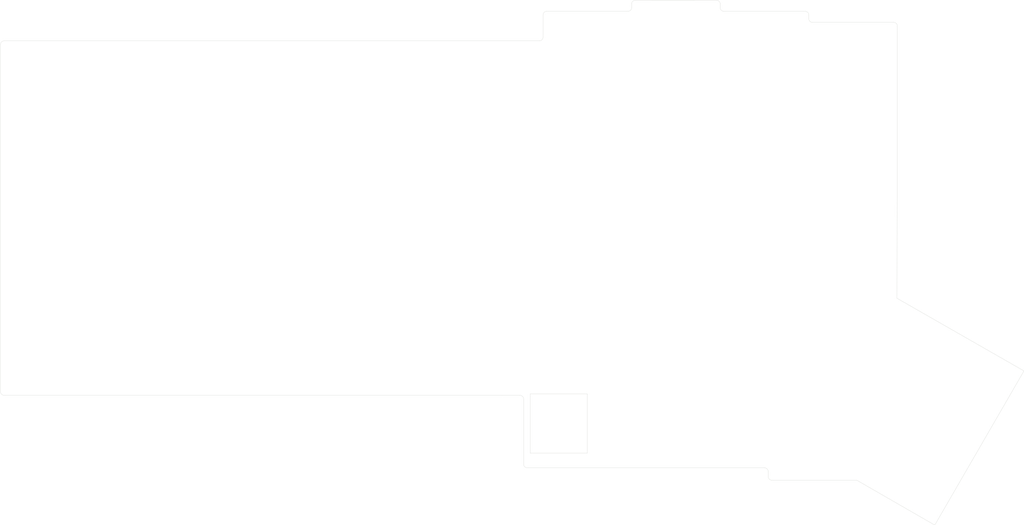
<source format=kicad_pcb>
(kicad_pcb (version 20171130) (host pcbnew "(5.1.9-0-10_14)")

  (general
    (thickness 1.6)
    (drawings 42)
    (tracks 0)
    (zones 0)
    (modules 51)
    (nets 1)
  )

  (page A4)
  (layers
    (0 F.Cu signal)
    (31 B.Cu signal)
    (32 B.Adhes user)
    (33 F.Adhes user)
    (34 B.Paste user)
    (35 F.Paste user)
    (36 B.SilkS user)
    (37 F.SilkS user)
    (38 B.Mask user)
    (39 F.Mask user)
    (40 Dwgs.User user)
    (41 Cmts.User user)
    (42 Eco1.User user)
    (43 Eco2.User user)
    (44 Edge.Cuts user)
    (45 Margin user)
    (46 B.CrtYd user)
    (47 F.CrtYd user)
    (48 B.Fab user)
    (49 F.Fab user)
  )

  (setup
    (last_trace_width 0.25)
    (trace_clearance 0.2)
    (zone_clearance 0.508)
    (zone_45_only no)
    (trace_min 0.2)
    (via_size 0.8)
    (via_drill 0.4)
    (via_min_size 0.4)
    (via_min_drill 0.3)
    (uvia_size 0.3)
    (uvia_drill 0.1)
    (uvias_allowed no)
    (uvia_min_size 0.2)
    (uvia_min_drill 0.1)
    (edge_width 0.05)
    (segment_width 0.2)
    (pcb_text_width 0.3)
    (pcb_text_size 1.5 1.5)
    (mod_edge_width 0.12)
    (mod_text_size 1 1)
    (mod_text_width 0.15)
    (pad_size 1.524 1.524)
    (pad_drill 0.762)
    (pad_to_mask_clearance 0)
    (aux_axis_origin 0 0)
    (grid_origin 221.45 102.39375)
    (visible_elements FFFFF77F)
    (pcbplotparams
      (layerselection 0x011fc_ffffffff)
      (usegerberextensions false)
      (usegerberattributes true)
      (usegerberadvancedattributes true)
      (creategerberjobfile true)
      (excludeedgelayer true)
      (linewidth 0.100000)
      (plotframeref false)
      (viasonmask false)
      (mode 1)
      (useauxorigin false)
      (hpglpennumber 1)
      (hpglpenspeed 20)
      (hpglpendiameter 15.000000)
      (psnegative false)
      (psa4output false)
      (plotreference true)
      (plotvalue true)
      (plotinvisibletext false)
      (padsonsilk false)
      (subtractmaskfromsilk false)
      (outputformat 1)
      (mirror false)
      (drillshape 0)
      (scaleselection 1)
      (outputdirectory "./gerbers"))
  )

  (net 0 "")

  (net_class Default "This is the default net class."
    (clearance 0.2)
    (trace_width 0.25)
    (via_dia 0.8)
    (via_drill 0.4)
    (uvia_dia 0.3)
    (uvia_drill 0.1)
  )

  (module footprints:MX-Alps_Switch_Cutout-1u_2u (layer F.Cu) (tedit 5971FF12) (tstamp 6072E24C)
    (at 239.484 109.75975 240)
    (path /6072AAD1)
    (fp_text reference MX41 (at 0 3.175 60) (layer Dwgs.User)
      (effects (font (size 1 1) (thickness 0.15)))
    )
    (fp_text value MX-NoLED (at 0 -7.9375 60) (layer Dwgs.User)
      (effects (font (size 1 1) (thickness 0.15)))
    )
    (fp_line (start -19.025 -9.5) (end -0.025 -9.5) (layer Dwgs.User) (width 0.15))
    (fp_line (start -19.025 9.5) (end -19.025 -9.5) (layer Dwgs.User) (width 0.15))
    (fp_line (start -0.025 9.5) (end -19.025 9.5) (layer Dwgs.User) (width 0.15))
    (fp_line (start -0.025 -9.5) (end -0.025 9.5) (layer Dwgs.User) (width 0.15))
    (fp_line (start 19.025 9.5) (end 0.025 9.5) (layer Dwgs.User) (width 0.15))
    (fp_line (start 0.025 -9.5) (end 19.025 -9.5) (layer Dwgs.User) (width 0.15))
    (fp_line (start 0.025 9.5) (end 0.025 -9.5) (layer Dwgs.User) (width 0.15))
    (fp_line (start 19.025 -9.5) (end 19.025 9.5) (layer Dwgs.User) (width 0.15))
    (pad "" np_thru_hole oval (at -10.5664 7.4652 240) (size 0.3048 1.2192) (drill oval 0.3048 1.2192) (layers *.Cu *.Mask))
    (pad "" np_thru_hole oval (at -13.3096 7.4652 240) (size 0.3048 1.2192) (drill oval 0.3048 1.2192) (layers *.Cu *.Mask))
    (pad "" np_thru_hole oval (at 10.5664 7.4652 240) (size 0.3048 1.2192) (drill oval 0.3048 1.2192) (layers *.Cu *.Mask))
    (pad "" np_thru_hole oval (at -16.375 6.625 240) (size 0.3 1.05) (drill oval 0.3 1.05) (layers *.Cu *.Mask))
    (pad "" np_thru_hole oval (at 11.938 7.9224 240) (size 3.048 0.3048) (drill oval 3.048 0.3048) (layers *.Cu *.Mask))
    (pad "" np_thru_hole oval (at -11.938 7.9224 240) (size 3.048 0.3048) (drill oval 3.048 0.3048) (layers *.Cu *.Mask))
    (pad "" np_thru_hole oval (at 0 -7 240) (size 33.05 0.3) (drill oval 33.05 0.3) (layers *.Cu *.Mask))
    (pad "" np_thru_hole oval (at 16.85 -6.25 240) (size 1.25 0.3) (drill oval 1.25 0.3) (layers *.Cu *.Mask))
    (pad "" np_thru_hole oval (at 16.85 6.25 240) (size 1.25 0.3) (drill oval 1.25 0.3) (layers *.Cu *.Mask))
    (pad "" np_thru_hole oval (at 16.375 6.625 240) (size 0.3 1.05) (drill oval 0.3 1.05) (layers *.Cu *.Mask))
    (pad "" np_thru_hole oval (at 16.375 -6.625 240) (size 0.3 1.05) (drill oval 0.3 1.05) (layers *.Cu *.Mask))
    (pad "" np_thru_hole oval (at 17.325 0 240) (size 0.3 12.8) (drill oval 0.3 12.8) (layers *.Cu *.Mask))
    (pad "" np_thru_hole oval (at 0 7 240) (size 33.05 0.3) (drill oval 33.05 0.3) (layers *.Cu *.Mask))
    (pad "" np_thru_hole oval (at -17.325 0 240) (size 0.3 12.8) (drill oval 0.3 12.8) (layers *.Cu *.Mask))
    (pad "" np_thru_hole oval (at 13.3096 7.4652 240) (size 0.3048 1.2192) (drill oval 0.3048 1.2192) (layers *.Cu *.Mask))
    (pad "" np_thru_hole oval (at -16.85 6.25 240) (size 1.25 0.3) (drill oval 1.25 0.3) (layers *.Cu *.Mask))
    (pad "" np_thru_hole oval (at -16.85 -6.25 240) (size 1.25 0.3) (drill oval 1.25 0.3) (layers *.Cu *.Mask))
    (pad "" np_thru_hole oval (at -16.375 -6.625 240) (size 0.3 1.05) (drill oval 0.3 1.05) (layers *.Cu *.Mask))
  )

  (module MountingHole:MountingHole_2.2mm_M2 (layer F.Cu) (tedit 56D1B4CB) (tstamp 607B26AA)
    (at 226.2505 106.01325)
    (descr "Mounting Hole 2.2mm, no annular, M2")
    (tags "mounting hole 2.2mm no annular m2")
    (path /607DE302)
    (attr virtual)
    (fp_text reference H7 (at 0 -6.5) (layer F.SilkS) hide
      (effects (font (size 1 1) (thickness 0.15)))
    )
    (fp_text value MountingHole (at 0 6.5) (layer F.Fab)
      (effects (font (size 1 1) (thickness 0.15)))
    )
    (fp_text user %R (at 0.3 0) (layer F.Fab)
      (effects (font (size 1 1) (thickness 0.15)))
    )
    (fp_circle (center 0 0) (end 2.2 0) (layer Cmts.User) (width 0.15))
    (fp_circle (center 0 0) (end 2.45 0) (layer F.CrtYd) (width 0.05))
    (pad 1 np_thru_hole circle (at 0 0) (size 2.2 2.2) (drill 2.2) (layers *.Cu *.Mask))
  )

  (module MountingHole:MountingHole_2.2mm_M2 (layer F.Cu) (tedit 56D1B4CB) (tstamp 607B26A2)
    (at 211.1375 80.16875)
    (descr "Mounting Hole 2.2mm, no annular, M2")
    (tags "mounting hole 2.2mm no annular m2")
    (path /607DF460)
    (attr virtual)
    (fp_text reference H6 (at 0 -6.5) (layer F.SilkS) hide
      (effects (font (size 1 1) (thickness 0.15)))
    )
    (fp_text value MountingHole (at 0 6.5) (layer F.Fab)
      (effects (font (size 1 1) (thickness 0.15)))
    )
    (fp_text user %R (at 0.3 0) (layer F.Fab)
      (effects (font (size 1 1) (thickness 0.15)))
    )
    (fp_circle (center 0 0) (end 2.2 0) (layer Cmts.User) (width 0.15))
    (fp_circle (center 0 0) (end 2.45 0) (layer F.CrtYd) (width 0.05))
    (pad 1 np_thru_hole circle (at 0 0) (size 2.2 2.2) (drill 2.2) (layers *.Cu *.Mask))
  )

  (module MountingHole:MountingHole_2.2mm_M2 (layer F.Cu) (tedit 56D1B4CB) (tstamp 607B269A)
    (at 134.9375 84.1375)
    (descr "Mounting Hole 2.2mm, no annular, M2")
    (tags "mounting hole 2.2mm no annular m2")
    (path /607DDEC1)
    (attr virtual)
    (fp_text reference H5 (at 0 -6.5) (layer F.SilkS) hide
      (effects (font (size 1 1) (thickness 0.15)))
    )
    (fp_text value MountingHole (at 0 6.5) (layer F.Fab)
      (effects (font (size 1 1) (thickness 0.15)))
    )
    (fp_text user %R (at 0.3 0) (layer F.Fab)
      (effects (font (size 1 1) (thickness 0.15)))
    )
    (fp_circle (center 0 0) (end 2.2 0) (layer Cmts.User) (width 0.15))
    (fp_circle (center 0 0) (end 2.45 0) (layer F.CrtYd) (width 0.05))
    (pad 1 np_thru_hole circle (at 0 0) (size 2.2 2.2) (drill 2.2) (layers *.Cu *.Mask))
  )

  (module MountingHole:MountingHole_2.2mm_M2 (layer F.Cu) (tedit 56D1B4CB) (tstamp 607B2692)
    (at 56.35625 84.1375)
    (descr "Mounting Hole 2.2mm, no annular, M2")
    (tags "mounting hole 2.2mm no annular m2")
    (path /607DED77)
    (attr virtual)
    (fp_text reference H4 (at 0 -6.5) (layer F.SilkS) hide
      (effects (font (size 1 1) (thickness 0.15)))
    )
    (fp_text value MountingHole (at 0 6.5) (layer F.Fab)
      (effects (font (size 1 1) (thickness 0.15)))
    )
    (fp_text user %R (at 0.3 0) (layer F.Fab)
      (effects (font (size 1 1) (thickness 0.15)))
    )
    (fp_circle (center 0 0) (end 2.2 0) (layer Cmts.User) (width 0.15))
    (fp_circle (center 0 0) (end 2.45 0) (layer F.CrtYd) (width 0.05))
    (pad 1 np_thru_hole circle (at 0 0) (size 2.2 2.2) (drill 2.2) (layers *.Cu *.Mask))
  )

  (module MountingHole:MountingHole_2.2mm_M2 (layer F.Cu) (tedit 56D1B4CB) (tstamp 607B268A)
    (at 211.1375 42.06875)
    (descr "Mounting Hole 2.2mm, no annular, M2")
    (tags "mounting hole 2.2mm no annular m2")
    (path /607DC9F0)
    (attr virtual)
    (fp_text reference H3 (at 0 -6.5) (layer F.SilkS) hide
      (effects (font (size 1 1) (thickness 0.15)))
    )
    (fp_text value MountingHole (at 0 6.5) (layer F.Fab)
      (effects (font (size 1 1) (thickness 0.15)))
    )
    (fp_text user %R (at 0.3 0) (layer F.Fab)
      (effects (font (size 1 1) (thickness 0.15)))
    )
    (fp_circle (center 0 0) (end 2.2 0) (layer Cmts.User) (width 0.15))
    (fp_circle (center 0 0) (end 2.45 0) (layer F.CrtYd) (width 0.05))
    (pad 1 np_thru_hole circle (at 0 0) (size 2.2 2.2) (drill 2.2) (layers *.Cu *.Mask))
  )

  (module MountingHole:MountingHole_2.2mm_M2 (layer F.Cu) (tedit 56D1B4CB) (tstamp 607B2682)
    (at 134.9375 46.0375)
    (descr "Mounting Hole 2.2mm, no annular, M2")
    (tags "mounting hole 2.2mm no annular m2")
    (path /607DE9D9)
    (attr virtual)
    (fp_text reference H2 (at 0 -6.5) (layer F.SilkS) hide
      (effects (font (size 1 1) (thickness 0.15)))
    )
    (fp_text value MountingHole (at 0 6.5) (layer F.Fab)
      (effects (font (size 1 1) (thickness 0.15)))
    )
    (fp_text user %R (at 0.3 0) (layer F.Fab)
      (effects (font (size 1 1) (thickness 0.15)))
    )
    (fp_circle (center 0 0) (end 2.2 0) (layer Cmts.User) (width 0.15))
    (fp_circle (center 0 0) (end 2.45 0) (layer F.CrtYd) (width 0.05))
    (pad 1 np_thru_hole circle (at 0 0) (size 2.2 2.2) (drill 2.2) (layers *.Cu *.Mask))
  )

  (module MountingHole:MountingHole_2.2mm_M2 (layer F.Cu) (tedit 56D1B4CB) (tstamp 607B99EA)
    (at 56.35625 46.0375)
    (descr "Mounting Hole 2.2mm, no annular, M2")
    (tags "mounting hole 2.2mm no annular m2")
    (path /607DE5EF)
    (attr virtual)
    (fp_text reference H1 (at 0 -6.5) (layer F.SilkS) hide
      (effects (font (size 1 1) (thickness 0.15)))
    )
    (fp_text value MountingHole (at 0 6.5) (layer F.Fab)
      (effects (font (size 1 1) (thickness 0.15)))
    )
    (fp_text user %R (at 0.3 0) (layer F.Fab)
      (effects (font (size 1 1) (thickness 0.15)))
    )
    (fp_circle (center 0 0) (end 2.2 0) (layer Cmts.User) (width 0.15))
    (fp_circle (center 0 0) (end 2.45 0) (layer F.CrtYd) (width 0.05))
    (pad 1 np_thru_hole circle (at 0 0) (size 2.2 2.2) (drill 2.2) (layers *.Cu *.Mask))
  )

  (module footprints:MX-Alps_Switch_Cutout (layer F.Cu) (tedit 5971FE21) (tstamp 6072DF45)
    (at 46.83125 36.5125)
    (path /60755D23)
    (fp_text reference MX10 (at 0 3.175) (layer Dwgs.User)
      (effects (font (size 1 1) (thickness 0.15)))
    )
    (fp_text value MX-NoLED (at 0 -7.9375) (layer Dwgs.User)
      (effects (font (size 1 1) (thickness 0.15)))
    )
    (fp_line (start -9.5 -9.5) (end 9.5 -9.5) (layer Dwgs.User) (width 0.15))
    (fp_line (start -9.5 9.5) (end -9.5 -9.5) (layer Dwgs.User) (width 0.15))
    (fp_line (start 9.5 9.5) (end -9.5 9.5) (layer Dwgs.User) (width 0.15))
    (fp_line (start 9.5 -9.5) (end 9.5 9.5) (layer Dwgs.User) (width 0.15))
    (pad "" np_thru_hole oval (at 0 -7) (size 14 0.3) (drill oval 14 0.3) (layers *.Cu *.Mask))
    (pad "" np_thru_hole oval (at 0 7) (size 14 0.3) (drill oval 14 0.3) (layers *.Cu *.Mask))
    (pad "" np_thru_hole oval (at -7.8 0) (size 0.3 12.8) (drill oval 0.3 12.8) (layers *.Cu *.Mask))
    (pad "" np_thru_hole oval (at 7.8 0) (size 0.3 12.8) (drill oval 0.3 12.8) (layers *.Cu *.Mask))
    (pad "" np_thru_hole oval (at -6.85 6.625) (size 0.3 1.05) (drill oval 0.3 1.05) (layers *.Cu *.Mask))
    (pad "" np_thru_hole oval (at -7.325 6.25) (size 1.25 0.3) (drill oval 1.25 0.3) (layers *.Cu *.Mask))
    (pad "" np_thru_hole oval (at -7.325 -6.25) (size 1.25 0.3) (drill oval 1.25 0.3) (layers *.Cu *.Mask))
    (pad "" np_thru_hole oval (at -6.85 -6.625) (size 0.3 1.05) (drill oval 0.3 1.05) (layers *.Cu *.Mask))
    (pad "" np_thru_hole oval (at 6.85 -6.625) (size 0.3 1.05) (drill oval 0.3 1.05) (layers *.Cu *.Mask))
    (pad "" np_thru_hole oval (at 7.325 -6.25) (size 1.25 0.3) (drill oval 1.25 0.3) (layers *.Cu *.Mask))
    (pad "" np_thru_hole oval (at 7.325 6.25) (size 1.25 0.3) (drill oval 1.25 0.3) (layers *.Cu *.Mask))
    (pad "" np_thru_hole oval (at 6.85 6.625) (size 0.3 1.05) (drill oval 0.3 1.05) (layers *.Cu *.Mask))
  )

  (module footprints:MX-Alps_Switch_Cutout (layer F.Cu) (tedit 5971FE21) (tstamp 6072DFC2)
    (at 144.4625 55.5625)
    (path /60759B22)
    (fp_text reference MX15 (at 0 3.175) (layer Dwgs.User)
      (effects (font (size 1 1) (thickness 0.15)))
    )
    (fp_text value MX-NoLED (at 0 -7.9375) (layer Dwgs.User)
      (effects (font (size 1 1) (thickness 0.15)))
    )
    (fp_line (start -9.5 -9.5) (end 9.5 -9.5) (layer Dwgs.User) (width 0.15))
    (fp_line (start -9.5 9.5) (end -9.5 -9.5) (layer Dwgs.User) (width 0.15))
    (fp_line (start 9.5 9.5) (end -9.5 9.5) (layer Dwgs.User) (width 0.15))
    (fp_line (start 9.5 -9.5) (end 9.5 9.5) (layer Dwgs.User) (width 0.15))
    (pad "" np_thru_hole oval (at 0 -7) (size 14 0.3) (drill oval 14 0.3) (layers *.Cu *.Mask))
    (pad "" np_thru_hole oval (at 0 7) (size 14 0.3) (drill oval 14 0.3) (layers *.Cu *.Mask))
    (pad "" np_thru_hole oval (at -7.8 0) (size 0.3 12.8) (drill oval 0.3 12.8) (layers *.Cu *.Mask))
    (pad "" np_thru_hole oval (at 7.8 0) (size 0.3 12.8) (drill oval 0.3 12.8) (layers *.Cu *.Mask))
    (pad "" np_thru_hole oval (at -6.85 6.625) (size 0.3 1.05) (drill oval 0.3 1.05) (layers *.Cu *.Mask))
    (pad "" np_thru_hole oval (at -7.325 6.25) (size 1.25 0.3) (drill oval 1.25 0.3) (layers *.Cu *.Mask))
    (pad "" np_thru_hole oval (at -7.325 -6.25) (size 1.25 0.3) (drill oval 1.25 0.3) (layers *.Cu *.Mask))
    (pad "" np_thru_hole oval (at -6.85 -6.625) (size 0.3 1.05) (drill oval 0.3 1.05) (layers *.Cu *.Mask))
    (pad "" np_thru_hole oval (at 6.85 -6.625) (size 0.3 1.05) (drill oval 0.3 1.05) (layers *.Cu *.Mask))
    (pad "" np_thru_hole oval (at 7.325 -6.25) (size 1.25 0.3) (drill oval 1.25 0.3) (layers *.Cu *.Mask))
    (pad "" np_thru_hole oval (at 7.325 6.25) (size 1.25 0.3) (drill oval 1.25 0.3) (layers *.Cu *.Mask))
    (pad "" np_thru_hole oval (at 6.85 6.625) (size 0.3 1.05) (drill oval 0.3 1.05) (layers *.Cu *.Mask))
  )

  (module footprints:MX-Alps_Switch_Cutout (layer F.Cu) (tedit 5971FE21) (tstamp 607E52C8)
    (at 173.825 109.25175)
    (path /6072C094)
    (fp_text reference MX44 (at 0 3.175) (layer Dwgs.User)
      (effects (font (size 1 1) (thickness 0.15)))
    )
    (fp_text value MX-NoLED (at 0 -7.9375) (layer Dwgs.User)
      (effects (font (size 1 1) (thickness 0.15)))
    )
    (fp_line (start -9.5 -9.5) (end 9.5 -9.5) (layer Dwgs.User) (width 0.15))
    (fp_line (start -9.5 9.5) (end -9.5 -9.5) (layer Dwgs.User) (width 0.15))
    (fp_line (start 9.5 9.5) (end -9.5 9.5) (layer Dwgs.User) (width 0.15))
    (fp_line (start 9.5 -9.5) (end 9.5 9.5) (layer Dwgs.User) (width 0.15))
    (pad "" np_thru_hole oval (at 0 -7) (size 14 0.3) (drill oval 14 0.3) (layers *.Cu *.Mask))
    (pad "" np_thru_hole oval (at 0 7) (size 14 0.3) (drill oval 14 0.3) (layers *.Cu *.Mask))
    (pad "" np_thru_hole oval (at -7.8 0) (size 0.3 12.8) (drill oval 0.3 12.8) (layers *.Cu *.Mask))
    (pad "" np_thru_hole oval (at 7.8 0) (size 0.3 12.8) (drill oval 0.3 12.8) (layers *.Cu *.Mask))
    (pad "" np_thru_hole oval (at -6.85 6.625) (size 0.3 1.05) (drill oval 0.3 1.05) (layers *.Cu *.Mask))
    (pad "" np_thru_hole oval (at -7.325 6.25) (size 1.25 0.3) (drill oval 1.25 0.3) (layers *.Cu *.Mask))
    (pad "" np_thru_hole oval (at -7.325 -6.25) (size 1.25 0.3) (drill oval 1.25 0.3) (layers *.Cu *.Mask))
    (pad "" np_thru_hole oval (at -6.85 -6.625) (size 0.3 1.05) (drill oval 0.3 1.05) (layers *.Cu *.Mask))
    (pad "" np_thru_hole oval (at 6.85 -6.625) (size 0.3 1.05) (drill oval 0.3 1.05) (layers *.Cu *.Mask))
    (pad "" np_thru_hole oval (at 7.325 -6.25) (size 1.25 0.3) (drill oval 1.25 0.3) (layers *.Cu *.Mask))
    (pad "" np_thru_hole oval (at 7.325 6.25) (size 1.25 0.3) (drill oval 1.25 0.3) (layers *.Cu *.Mask))
    (pad "" np_thru_hole oval (at 6.85 6.625) (size 0.3 1.05) (drill oval 0.3 1.05) (layers *.Cu *.Mask))
  )

  (module footprints:MX-Alps_Switch_Cutout (layer F.Cu) (tedit 5971FE21) (tstamp 6072E27E)
    (at 192.875 109.25175)
    (path /6072BC7D)
    (fp_text reference MX43 (at 0 3.175) (layer Dwgs.User)
      (effects (font (size 1 1) (thickness 0.15)))
    )
    (fp_text value MX-NoLED (at 0 -7.9375) (layer Dwgs.User)
      (effects (font (size 1 1) (thickness 0.15)))
    )
    (fp_line (start -9.5 -9.5) (end 9.5 -9.5) (layer Dwgs.User) (width 0.15))
    (fp_line (start -9.5 9.5) (end -9.5 -9.5) (layer Dwgs.User) (width 0.15))
    (fp_line (start 9.5 9.5) (end -9.5 9.5) (layer Dwgs.User) (width 0.15))
    (fp_line (start 9.5 -9.5) (end 9.5 9.5) (layer Dwgs.User) (width 0.15))
    (pad "" np_thru_hole oval (at 0 -7) (size 14 0.3) (drill oval 14 0.3) (layers *.Cu *.Mask))
    (pad "" np_thru_hole oval (at 0 7) (size 14 0.3) (drill oval 14 0.3) (layers *.Cu *.Mask))
    (pad "" np_thru_hole oval (at -7.8 0) (size 0.3 12.8) (drill oval 0.3 12.8) (layers *.Cu *.Mask))
    (pad "" np_thru_hole oval (at 7.8 0) (size 0.3 12.8) (drill oval 0.3 12.8) (layers *.Cu *.Mask))
    (pad "" np_thru_hole oval (at -6.85 6.625) (size 0.3 1.05) (drill oval 0.3 1.05) (layers *.Cu *.Mask))
    (pad "" np_thru_hole oval (at -7.325 6.25) (size 1.25 0.3) (drill oval 1.25 0.3) (layers *.Cu *.Mask))
    (pad "" np_thru_hole oval (at -7.325 -6.25) (size 1.25 0.3) (drill oval 1.25 0.3) (layers *.Cu *.Mask))
    (pad "" np_thru_hole oval (at -6.85 -6.625) (size 0.3 1.05) (drill oval 0.3 1.05) (layers *.Cu *.Mask))
    (pad "" np_thru_hole oval (at 6.85 -6.625) (size 0.3 1.05) (drill oval 0.3 1.05) (layers *.Cu *.Mask))
    (pad "" np_thru_hole oval (at 7.325 -6.25) (size 1.25 0.3) (drill oval 1.25 0.3) (layers *.Cu *.Mask))
    (pad "" np_thru_hole oval (at 7.325 6.25) (size 1.25 0.3) (drill oval 1.25 0.3) (layers *.Cu *.Mask))
    (pad "" np_thru_hole oval (at 6.85 6.625) (size 0.3 1.05) (drill oval 0.3 1.05) (layers *.Cu *.Mask))
  )

  (module footprints:MX-Alps_Switch_Cutout (layer F.Cu) (tedit 5971FE21) (tstamp 6072E265)
    (at 211.925 111.91875)
    (path /6072B58C)
    (fp_text reference MX42 (at 0 3.175) (layer Dwgs.User)
      (effects (font (size 1 1) (thickness 0.15)))
    )
    (fp_text value MX-NoLED (at 0 -7.9375) (layer Dwgs.User)
      (effects (font (size 1 1) (thickness 0.15)))
    )
    (fp_line (start -9.5 -9.5) (end 9.5 -9.5) (layer Dwgs.User) (width 0.15))
    (fp_line (start -9.5 9.5) (end -9.5 -9.5) (layer Dwgs.User) (width 0.15))
    (fp_line (start 9.5 9.5) (end -9.5 9.5) (layer Dwgs.User) (width 0.15))
    (fp_line (start 9.5 -9.5) (end 9.5 9.5) (layer Dwgs.User) (width 0.15))
    (pad "" np_thru_hole oval (at 0 -7) (size 14 0.3) (drill oval 14 0.3) (layers *.Cu *.Mask))
    (pad "" np_thru_hole oval (at 0 7) (size 14 0.3) (drill oval 14 0.3) (layers *.Cu *.Mask))
    (pad "" np_thru_hole oval (at -7.8 0) (size 0.3 12.8) (drill oval 0.3 12.8) (layers *.Cu *.Mask))
    (pad "" np_thru_hole oval (at 7.8 0) (size 0.3 12.8) (drill oval 0.3 12.8) (layers *.Cu *.Mask))
    (pad "" np_thru_hole oval (at -6.85 6.625) (size 0.3 1.05) (drill oval 0.3 1.05) (layers *.Cu *.Mask))
    (pad "" np_thru_hole oval (at -7.325 6.25) (size 1.25 0.3) (drill oval 1.25 0.3) (layers *.Cu *.Mask))
    (pad "" np_thru_hole oval (at -7.325 -6.25) (size 1.25 0.3) (drill oval 1.25 0.3) (layers *.Cu *.Mask))
    (pad "" np_thru_hole oval (at -6.85 -6.625) (size 0.3 1.05) (drill oval 0.3 1.05) (layers *.Cu *.Mask))
    (pad "" np_thru_hole oval (at 6.85 -6.625) (size 0.3 1.05) (drill oval 0.3 1.05) (layers *.Cu *.Mask))
    (pad "" np_thru_hole oval (at 7.325 -6.25) (size 1.25 0.3) (drill oval 1.25 0.3) (layers *.Cu *.Mask))
    (pad "" np_thru_hole oval (at 7.325 6.25) (size 1.25 0.3) (drill oval 1.25 0.3) (layers *.Cu *.Mask))
    (pad "" np_thru_hole oval (at 6.85 6.625) (size 0.3 1.05) (drill oval 0.3 1.05) (layers *.Cu *.Mask))
  )

  (module footprints:MX-Alps_Switch_Cutout (layer F.Cu) (tedit 5971FE21) (tstamp 6072E233)
    (at 46.83125 93.6625)
    (path /607253A3)
    (fp_text reference MX40 (at 0 3.175) (layer Dwgs.User)
      (effects (font (size 1 1) (thickness 0.15)))
    )
    (fp_text value MX-NoLED (at 0 -7.9375) (layer Dwgs.User)
      (effects (font (size 1 1) (thickness 0.15)))
    )
    (fp_line (start -9.5 -9.5) (end 9.5 -9.5) (layer Dwgs.User) (width 0.15))
    (fp_line (start -9.5 9.5) (end -9.5 -9.5) (layer Dwgs.User) (width 0.15))
    (fp_line (start 9.5 9.5) (end -9.5 9.5) (layer Dwgs.User) (width 0.15))
    (fp_line (start 9.5 -9.5) (end 9.5 9.5) (layer Dwgs.User) (width 0.15))
    (pad "" np_thru_hole oval (at 0 -7) (size 14 0.3) (drill oval 14 0.3) (layers *.Cu *.Mask))
    (pad "" np_thru_hole oval (at 0 7) (size 14 0.3) (drill oval 14 0.3) (layers *.Cu *.Mask))
    (pad "" np_thru_hole oval (at -7.8 0) (size 0.3 12.8) (drill oval 0.3 12.8) (layers *.Cu *.Mask))
    (pad "" np_thru_hole oval (at 7.8 0) (size 0.3 12.8) (drill oval 0.3 12.8) (layers *.Cu *.Mask))
    (pad "" np_thru_hole oval (at -6.85 6.625) (size 0.3 1.05) (drill oval 0.3 1.05) (layers *.Cu *.Mask))
    (pad "" np_thru_hole oval (at -7.325 6.25) (size 1.25 0.3) (drill oval 1.25 0.3) (layers *.Cu *.Mask))
    (pad "" np_thru_hole oval (at -7.325 -6.25) (size 1.25 0.3) (drill oval 1.25 0.3) (layers *.Cu *.Mask))
    (pad "" np_thru_hole oval (at -6.85 -6.625) (size 0.3 1.05) (drill oval 0.3 1.05) (layers *.Cu *.Mask))
    (pad "" np_thru_hole oval (at 6.85 -6.625) (size 0.3 1.05) (drill oval 0.3 1.05) (layers *.Cu *.Mask))
    (pad "" np_thru_hole oval (at 7.325 -6.25) (size 1.25 0.3) (drill oval 1.25 0.3) (layers *.Cu *.Mask))
    (pad "" np_thru_hole oval (at 7.325 6.25) (size 1.25 0.3) (drill oval 1.25 0.3) (layers *.Cu *.Mask))
    (pad "" np_thru_hole oval (at 6.85 6.625) (size 0.3 1.05) (drill oval 0.3 1.05) (layers *.Cu *.Mask))
  )

  (module footprints:MX-Alps_Switch_Cutout (layer F.Cu) (tedit 5971FE21) (tstamp 6072E21A)
    (at 65.88125 93.6625)
    (path /607249F6)
    (fp_text reference MX39 (at 0 3.175) (layer Dwgs.User)
      (effects (font (size 1 1) (thickness 0.15)))
    )
    (fp_text value MX-NoLED (at 0 -7.9375) (layer Dwgs.User)
      (effects (font (size 1 1) (thickness 0.15)))
    )
    (fp_line (start -9.5 -9.5) (end 9.5 -9.5) (layer Dwgs.User) (width 0.15))
    (fp_line (start -9.5 9.5) (end -9.5 -9.5) (layer Dwgs.User) (width 0.15))
    (fp_line (start 9.5 9.5) (end -9.5 9.5) (layer Dwgs.User) (width 0.15))
    (fp_line (start 9.5 -9.5) (end 9.5 9.5) (layer Dwgs.User) (width 0.15))
    (pad "" np_thru_hole oval (at 0 -7) (size 14 0.3) (drill oval 14 0.3) (layers *.Cu *.Mask))
    (pad "" np_thru_hole oval (at 0 7) (size 14 0.3) (drill oval 14 0.3) (layers *.Cu *.Mask))
    (pad "" np_thru_hole oval (at -7.8 0) (size 0.3 12.8) (drill oval 0.3 12.8) (layers *.Cu *.Mask))
    (pad "" np_thru_hole oval (at 7.8 0) (size 0.3 12.8) (drill oval 0.3 12.8) (layers *.Cu *.Mask))
    (pad "" np_thru_hole oval (at -6.85 6.625) (size 0.3 1.05) (drill oval 0.3 1.05) (layers *.Cu *.Mask))
    (pad "" np_thru_hole oval (at -7.325 6.25) (size 1.25 0.3) (drill oval 1.25 0.3) (layers *.Cu *.Mask))
    (pad "" np_thru_hole oval (at -7.325 -6.25) (size 1.25 0.3) (drill oval 1.25 0.3) (layers *.Cu *.Mask))
    (pad "" np_thru_hole oval (at -6.85 -6.625) (size 0.3 1.05) (drill oval 0.3 1.05) (layers *.Cu *.Mask))
    (pad "" np_thru_hole oval (at 6.85 -6.625) (size 0.3 1.05) (drill oval 0.3 1.05) (layers *.Cu *.Mask))
    (pad "" np_thru_hole oval (at 7.325 -6.25) (size 1.25 0.3) (drill oval 1.25 0.3) (layers *.Cu *.Mask))
    (pad "" np_thru_hole oval (at 7.325 6.25) (size 1.25 0.3) (drill oval 1.25 0.3) (layers *.Cu *.Mask))
    (pad "" np_thru_hole oval (at 6.85 6.625) (size 0.3 1.05) (drill oval 0.3 1.05) (layers *.Cu *.Mask))
  )

  (module footprints:MX-Alps_Switch_Cutout (layer F.Cu) (tedit 5971FE21) (tstamp 6072E201)
    (at 84.93125 93.6625)
    (path /60724260)
    (fp_text reference MX38 (at 0 3.175) (layer Dwgs.User)
      (effects (font (size 1 1) (thickness 0.15)))
    )
    (fp_text value MX-NoLED (at 0 -7.9375) (layer Dwgs.User)
      (effects (font (size 1 1) (thickness 0.15)))
    )
    (fp_line (start -9.5 -9.5) (end 9.5 -9.5) (layer Dwgs.User) (width 0.15))
    (fp_line (start -9.5 9.5) (end -9.5 -9.5) (layer Dwgs.User) (width 0.15))
    (fp_line (start 9.5 9.5) (end -9.5 9.5) (layer Dwgs.User) (width 0.15))
    (fp_line (start 9.5 -9.5) (end 9.5 9.5) (layer Dwgs.User) (width 0.15))
    (pad "" np_thru_hole oval (at 0 -7) (size 14 0.3) (drill oval 14 0.3) (layers *.Cu *.Mask))
    (pad "" np_thru_hole oval (at 0 7) (size 14 0.3) (drill oval 14 0.3) (layers *.Cu *.Mask))
    (pad "" np_thru_hole oval (at -7.8 0) (size 0.3 12.8) (drill oval 0.3 12.8) (layers *.Cu *.Mask))
    (pad "" np_thru_hole oval (at 7.8 0) (size 0.3 12.8) (drill oval 0.3 12.8) (layers *.Cu *.Mask))
    (pad "" np_thru_hole oval (at -6.85 6.625) (size 0.3 1.05) (drill oval 0.3 1.05) (layers *.Cu *.Mask))
    (pad "" np_thru_hole oval (at -7.325 6.25) (size 1.25 0.3) (drill oval 1.25 0.3) (layers *.Cu *.Mask))
    (pad "" np_thru_hole oval (at -7.325 -6.25) (size 1.25 0.3) (drill oval 1.25 0.3) (layers *.Cu *.Mask))
    (pad "" np_thru_hole oval (at -6.85 -6.625) (size 0.3 1.05) (drill oval 0.3 1.05) (layers *.Cu *.Mask))
    (pad "" np_thru_hole oval (at 6.85 -6.625) (size 0.3 1.05) (drill oval 0.3 1.05) (layers *.Cu *.Mask))
    (pad "" np_thru_hole oval (at 7.325 -6.25) (size 1.25 0.3) (drill oval 1.25 0.3) (layers *.Cu *.Mask))
    (pad "" np_thru_hole oval (at 7.325 6.25) (size 1.25 0.3) (drill oval 1.25 0.3) (layers *.Cu *.Mask))
    (pad "" np_thru_hole oval (at 6.85 6.625) (size 0.3 1.05) (drill oval 0.3 1.05) (layers *.Cu *.Mask))
  )

  (module footprints:MX-Alps_Switch_Cutout (layer F.Cu) (tedit 5971FE21) (tstamp 6072E1E8)
    (at 103.98125 93.6625)
    (path /60723A4D)
    (fp_text reference MX37 (at 0 3.175) (layer Dwgs.User)
      (effects (font (size 1 1) (thickness 0.15)))
    )
    (fp_text value MX-NoLED (at 0 -7.9375) (layer Dwgs.User)
      (effects (font (size 1 1) (thickness 0.15)))
    )
    (fp_line (start -9.5 -9.5) (end 9.5 -9.5) (layer Dwgs.User) (width 0.15))
    (fp_line (start -9.5 9.5) (end -9.5 -9.5) (layer Dwgs.User) (width 0.15))
    (fp_line (start 9.5 9.5) (end -9.5 9.5) (layer Dwgs.User) (width 0.15))
    (fp_line (start 9.5 -9.5) (end 9.5 9.5) (layer Dwgs.User) (width 0.15))
    (pad "" np_thru_hole oval (at 0 -7) (size 14 0.3) (drill oval 14 0.3) (layers *.Cu *.Mask))
    (pad "" np_thru_hole oval (at 0 7) (size 14 0.3) (drill oval 14 0.3) (layers *.Cu *.Mask))
    (pad "" np_thru_hole oval (at -7.8 0) (size 0.3 12.8) (drill oval 0.3 12.8) (layers *.Cu *.Mask))
    (pad "" np_thru_hole oval (at 7.8 0) (size 0.3 12.8) (drill oval 0.3 12.8) (layers *.Cu *.Mask))
    (pad "" np_thru_hole oval (at -6.85 6.625) (size 0.3 1.05) (drill oval 0.3 1.05) (layers *.Cu *.Mask))
    (pad "" np_thru_hole oval (at -7.325 6.25) (size 1.25 0.3) (drill oval 1.25 0.3) (layers *.Cu *.Mask))
    (pad "" np_thru_hole oval (at -7.325 -6.25) (size 1.25 0.3) (drill oval 1.25 0.3) (layers *.Cu *.Mask))
    (pad "" np_thru_hole oval (at -6.85 -6.625) (size 0.3 1.05) (drill oval 0.3 1.05) (layers *.Cu *.Mask))
    (pad "" np_thru_hole oval (at 6.85 -6.625) (size 0.3 1.05) (drill oval 0.3 1.05) (layers *.Cu *.Mask))
    (pad "" np_thru_hole oval (at 7.325 -6.25) (size 1.25 0.3) (drill oval 1.25 0.3) (layers *.Cu *.Mask))
    (pad "" np_thru_hole oval (at 7.325 6.25) (size 1.25 0.3) (drill oval 1.25 0.3) (layers *.Cu *.Mask))
    (pad "" np_thru_hole oval (at 6.85 6.625) (size 0.3 1.05) (drill oval 0.3 1.05) (layers *.Cu *.Mask))
  )

  (module footprints:MX-Alps_Switch_Cutout (layer F.Cu) (tedit 5971FE21) (tstamp 6072E1CF)
    (at 125.4125 93.6625)
    (path /607231E0)
    (fp_text reference MX36 (at 0 3.175) (layer Dwgs.User)
      (effects (font (size 1 1) (thickness 0.15)))
    )
    (fp_text value MX-NoLED (at 0 -7.9375) (layer Dwgs.User)
      (effects (font (size 1 1) (thickness 0.15)))
    )
    (fp_line (start -9.5 -9.5) (end 9.5 -9.5) (layer Dwgs.User) (width 0.15))
    (fp_line (start -9.5 9.5) (end -9.5 -9.5) (layer Dwgs.User) (width 0.15))
    (fp_line (start 9.5 9.5) (end -9.5 9.5) (layer Dwgs.User) (width 0.15))
    (fp_line (start 9.5 -9.5) (end 9.5 9.5) (layer Dwgs.User) (width 0.15))
    (pad "" np_thru_hole oval (at 0 -7) (size 14 0.3) (drill oval 14 0.3) (layers *.Cu *.Mask))
    (pad "" np_thru_hole oval (at 0 7) (size 14 0.3) (drill oval 14 0.3) (layers *.Cu *.Mask))
    (pad "" np_thru_hole oval (at -7.8 0) (size 0.3 12.8) (drill oval 0.3 12.8) (layers *.Cu *.Mask))
    (pad "" np_thru_hole oval (at 7.8 0) (size 0.3 12.8) (drill oval 0.3 12.8) (layers *.Cu *.Mask))
    (pad "" np_thru_hole oval (at -6.85 6.625) (size 0.3 1.05) (drill oval 0.3 1.05) (layers *.Cu *.Mask))
    (pad "" np_thru_hole oval (at -7.325 6.25) (size 1.25 0.3) (drill oval 1.25 0.3) (layers *.Cu *.Mask))
    (pad "" np_thru_hole oval (at -7.325 -6.25) (size 1.25 0.3) (drill oval 1.25 0.3) (layers *.Cu *.Mask))
    (pad "" np_thru_hole oval (at -6.85 -6.625) (size 0.3 1.05) (drill oval 0.3 1.05) (layers *.Cu *.Mask))
    (pad "" np_thru_hole oval (at 6.85 -6.625) (size 0.3 1.05) (drill oval 0.3 1.05) (layers *.Cu *.Mask))
    (pad "" np_thru_hole oval (at 7.325 -6.25) (size 1.25 0.3) (drill oval 1.25 0.3) (layers *.Cu *.Mask))
    (pad "" np_thru_hole oval (at 7.325 6.25) (size 1.25 0.3) (drill oval 1.25 0.3) (layers *.Cu *.Mask))
    (pad "" np_thru_hole oval (at 6.85 6.625) (size 0.3 1.05) (drill oval 0.3 1.05) (layers *.Cu *.Mask))
  )

  (module footprints:MX-Alps_Switch_Cutout (layer F.Cu) (tedit 5971FE21) (tstamp 6072E1B6)
    (at 144.4625 93.6625)
    (path /607229FF)
    (fp_text reference MX35 (at 0 3.175) (layer Dwgs.User)
      (effects (font (size 1 1) (thickness 0.15)))
    )
    (fp_text value MX-NoLED (at 0 -7.9375) (layer Dwgs.User)
      (effects (font (size 1 1) (thickness 0.15)))
    )
    (fp_line (start -9.5 -9.5) (end 9.5 -9.5) (layer Dwgs.User) (width 0.15))
    (fp_line (start -9.5 9.5) (end -9.5 -9.5) (layer Dwgs.User) (width 0.15))
    (fp_line (start 9.5 9.5) (end -9.5 9.5) (layer Dwgs.User) (width 0.15))
    (fp_line (start 9.5 -9.5) (end 9.5 9.5) (layer Dwgs.User) (width 0.15))
    (pad "" np_thru_hole oval (at 0 -7) (size 14 0.3) (drill oval 14 0.3) (layers *.Cu *.Mask))
    (pad "" np_thru_hole oval (at 0 7) (size 14 0.3) (drill oval 14 0.3) (layers *.Cu *.Mask))
    (pad "" np_thru_hole oval (at -7.8 0) (size 0.3 12.8) (drill oval 0.3 12.8) (layers *.Cu *.Mask))
    (pad "" np_thru_hole oval (at 7.8 0) (size 0.3 12.8) (drill oval 0.3 12.8) (layers *.Cu *.Mask))
    (pad "" np_thru_hole oval (at -6.85 6.625) (size 0.3 1.05) (drill oval 0.3 1.05) (layers *.Cu *.Mask))
    (pad "" np_thru_hole oval (at -7.325 6.25) (size 1.25 0.3) (drill oval 1.25 0.3) (layers *.Cu *.Mask))
    (pad "" np_thru_hole oval (at -7.325 -6.25) (size 1.25 0.3) (drill oval 1.25 0.3) (layers *.Cu *.Mask))
    (pad "" np_thru_hole oval (at -6.85 -6.625) (size 0.3 1.05) (drill oval 0.3 1.05) (layers *.Cu *.Mask))
    (pad "" np_thru_hole oval (at 6.85 -6.625) (size 0.3 1.05) (drill oval 0.3 1.05) (layers *.Cu *.Mask))
    (pad "" np_thru_hole oval (at 7.325 -6.25) (size 1.25 0.3) (drill oval 1.25 0.3) (layers *.Cu *.Mask))
    (pad "" np_thru_hole oval (at 7.325 6.25) (size 1.25 0.3) (drill oval 1.25 0.3) (layers *.Cu *.Mask))
    (pad "" np_thru_hole oval (at 6.85 6.625) (size 0.3 1.05) (drill oval 0.3 1.05) (layers *.Cu *.Mask))
  )

  (module footprints:MX-Alps_Switch_Cutout (layer F.Cu) (tedit 5971FE21) (tstamp 6072E19D)
    (at 163.5125 87.3125)
    (path /60722561)
    (fp_text reference MX34 (at 0 3.175) (layer Dwgs.User)
      (effects (font (size 1 1) (thickness 0.15)))
    )
    (fp_text value MX-NoLED (at 0 -7.9375) (layer Dwgs.User)
      (effects (font (size 1 1) (thickness 0.15)))
    )
    (fp_line (start -9.5 -9.5) (end 9.5 -9.5) (layer Dwgs.User) (width 0.15))
    (fp_line (start -9.5 9.5) (end -9.5 -9.5) (layer Dwgs.User) (width 0.15))
    (fp_line (start 9.5 9.5) (end -9.5 9.5) (layer Dwgs.User) (width 0.15))
    (fp_line (start 9.5 -9.5) (end 9.5 9.5) (layer Dwgs.User) (width 0.15))
    (pad "" np_thru_hole oval (at 0 -7) (size 14 0.3) (drill oval 14 0.3) (layers *.Cu *.Mask))
    (pad "" np_thru_hole oval (at 0 7) (size 14 0.3) (drill oval 14 0.3) (layers *.Cu *.Mask))
    (pad "" np_thru_hole oval (at -7.8 0) (size 0.3 12.8) (drill oval 0.3 12.8) (layers *.Cu *.Mask))
    (pad "" np_thru_hole oval (at 7.8 0) (size 0.3 12.8) (drill oval 0.3 12.8) (layers *.Cu *.Mask))
    (pad "" np_thru_hole oval (at -6.85 6.625) (size 0.3 1.05) (drill oval 0.3 1.05) (layers *.Cu *.Mask))
    (pad "" np_thru_hole oval (at -7.325 6.25) (size 1.25 0.3) (drill oval 1.25 0.3) (layers *.Cu *.Mask))
    (pad "" np_thru_hole oval (at -7.325 -6.25) (size 1.25 0.3) (drill oval 1.25 0.3) (layers *.Cu *.Mask))
    (pad "" np_thru_hole oval (at -6.85 -6.625) (size 0.3 1.05) (drill oval 0.3 1.05) (layers *.Cu *.Mask))
    (pad "" np_thru_hole oval (at 6.85 -6.625) (size 0.3 1.05) (drill oval 0.3 1.05) (layers *.Cu *.Mask))
    (pad "" np_thru_hole oval (at 7.325 -6.25) (size 1.25 0.3) (drill oval 1.25 0.3) (layers *.Cu *.Mask))
    (pad "" np_thru_hole oval (at 7.325 6.25) (size 1.25 0.3) (drill oval 1.25 0.3) (layers *.Cu *.Mask))
    (pad "" np_thru_hole oval (at 6.85 6.625) (size 0.3 1.05) (drill oval 0.3 1.05) (layers *.Cu *.Mask))
  )

  (module footprints:MX-Alps_Switch_Cutout (layer F.Cu) (tedit 5971FE21) (tstamp 6072E184)
    (at 182.5625 84.93125)
    (path /607220D2)
    (fp_text reference MX33 (at 0 3.175) (layer Dwgs.User)
      (effects (font (size 1 1) (thickness 0.15)))
    )
    (fp_text value MX-NoLED (at 0 -7.9375) (layer Dwgs.User)
      (effects (font (size 1 1) (thickness 0.15)))
    )
    (fp_line (start -9.5 -9.5) (end 9.5 -9.5) (layer Dwgs.User) (width 0.15))
    (fp_line (start -9.5 9.5) (end -9.5 -9.5) (layer Dwgs.User) (width 0.15))
    (fp_line (start 9.5 9.5) (end -9.5 9.5) (layer Dwgs.User) (width 0.15))
    (fp_line (start 9.5 -9.5) (end 9.5 9.5) (layer Dwgs.User) (width 0.15))
    (pad "" np_thru_hole oval (at 0 -7) (size 14 0.3) (drill oval 14 0.3) (layers *.Cu *.Mask))
    (pad "" np_thru_hole oval (at 0 7) (size 14 0.3) (drill oval 14 0.3) (layers *.Cu *.Mask))
    (pad "" np_thru_hole oval (at -7.8 0) (size 0.3 12.8) (drill oval 0.3 12.8) (layers *.Cu *.Mask))
    (pad "" np_thru_hole oval (at 7.8 0) (size 0.3 12.8) (drill oval 0.3 12.8) (layers *.Cu *.Mask))
    (pad "" np_thru_hole oval (at -6.85 6.625) (size 0.3 1.05) (drill oval 0.3 1.05) (layers *.Cu *.Mask))
    (pad "" np_thru_hole oval (at -7.325 6.25) (size 1.25 0.3) (drill oval 1.25 0.3) (layers *.Cu *.Mask))
    (pad "" np_thru_hole oval (at -7.325 -6.25) (size 1.25 0.3) (drill oval 1.25 0.3) (layers *.Cu *.Mask))
    (pad "" np_thru_hole oval (at -6.85 -6.625) (size 0.3 1.05) (drill oval 0.3 1.05) (layers *.Cu *.Mask))
    (pad "" np_thru_hole oval (at 6.85 -6.625) (size 0.3 1.05) (drill oval 0.3 1.05) (layers *.Cu *.Mask))
    (pad "" np_thru_hole oval (at 7.325 -6.25) (size 1.25 0.3) (drill oval 1.25 0.3) (layers *.Cu *.Mask))
    (pad "" np_thru_hole oval (at 7.325 6.25) (size 1.25 0.3) (drill oval 1.25 0.3) (layers *.Cu *.Mask))
    (pad "" np_thru_hole oval (at 6.85 6.625) (size 0.3 1.05) (drill oval 0.3 1.05) (layers *.Cu *.Mask))
  )

  (module footprints:MX-Alps_Switch_Cutout (layer F.Cu) (tedit 5971FE21) (tstamp 6072E16B)
    (at 201.6125 87.3125)
    (path /607218EC)
    (fp_text reference MX32 (at 0 3.175) (layer Dwgs.User)
      (effects (font (size 1 1) (thickness 0.15)))
    )
    (fp_text value MX-NoLED (at 0 -7.9375) (layer Dwgs.User)
      (effects (font (size 1 1) (thickness 0.15)))
    )
    (fp_line (start -9.5 -9.5) (end 9.5 -9.5) (layer Dwgs.User) (width 0.15))
    (fp_line (start -9.5 9.5) (end -9.5 -9.5) (layer Dwgs.User) (width 0.15))
    (fp_line (start 9.5 9.5) (end -9.5 9.5) (layer Dwgs.User) (width 0.15))
    (fp_line (start 9.5 -9.5) (end 9.5 9.5) (layer Dwgs.User) (width 0.15))
    (pad "" np_thru_hole oval (at 0 -7) (size 14 0.3) (drill oval 14 0.3) (layers *.Cu *.Mask))
    (pad "" np_thru_hole oval (at 0 7) (size 14 0.3) (drill oval 14 0.3) (layers *.Cu *.Mask))
    (pad "" np_thru_hole oval (at -7.8 0) (size 0.3 12.8) (drill oval 0.3 12.8) (layers *.Cu *.Mask))
    (pad "" np_thru_hole oval (at 7.8 0) (size 0.3 12.8) (drill oval 0.3 12.8) (layers *.Cu *.Mask))
    (pad "" np_thru_hole oval (at -6.85 6.625) (size 0.3 1.05) (drill oval 0.3 1.05) (layers *.Cu *.Mask))
    (pad "" np_thru_hole oval (at -7.325 6.25) (size 1.25 0.3) (drill oval 1.25 0.3) (layers *.Cu *.Mask))
    (pad "" np_thru_hole oval (at -7.325 -6.25) (size 1.25 0.3) (drill oval 1.25 0.3) (layers *.Cu *.Mask))
    (pad "" np_thru_hole oval (at -6.85 -6.625) (size 0.3 1.05) (drill oval 0.3 1.05) (layers *.Cu *.Mask))
    (pad "" np_thru_hole oval (at 6.85 -6.625) (size 0.3 1.05) (drill oval 0.3 1.05) (layers *.Cu *.Mask))
    (pad "" np_thru_hole oval (at 7.325 -6.25) (size 1.25 0.3) (drill oval 1.25 0.3) (layers *.Cu *.Mask))
    (pad "" np_thru_hole oval (at 7.325 6.25) (size 1.25 0.3) (drill oval 1.25 0.3) (layers *.Cu *.Mask))
    (pad "" np_thru_hole oval (at 6.85 6.625) (size 0.3 1.05) (drill oval 0.3 1.05) (layers *.Cu *.Mask))
  )

  (module footprints:MX-Alps_Switch_Cutout (layer F.Cu) (tedit 5971FE21) (tstamp 6072E152)
    (at 220.6625 89.69375)
    (path /60720CBF)
    (fp_text reference MX31 (at 0 3.175) (layer Dwgs.User)
      (effects (font (size 1 1) (thickness 0.15)))
    )
    (fp_text value MX-NoLED (at 0 -7.9375) (layer Dwgs.User)
      (effects (font (size 1 1) (thickness 0.15)))
    )
    (fp_line (start -9.5 -9.5) (end 9.5 -9.5) (layer Dwgs.User) (width 0.15))
    (fp_line (start -9.5 9.5) (end -9.5 -9.5) (layer Dwgs.User) (width 0.15))
    (fp_line (start 9.5 9.5) (end -9.5 9.5) (layer Dwgs.User) (width 0.15))
    (fp_line (start 9.5 -9.5) (end 9.5 9.5) (layer Dwgs.User) (width 0.15))
    (pad "" np_thru_hole oval (at 0 -7) (size 14 0.3) (drill oval 14 0.3) (layers *.Cu *.Mask))
    (pad "" np_thru_hole oval (at 0 7) (size 14 0.3) (drill oval 14 0.3) (layers *.Cu *.Mask))
    (pad "" np_thru_hole oval (at -7.8 0) (size 0.3 12.8) (drill oval 0.3 12.8) (layers *.Cu *.Mask))
    (pad "" np_thru_hole oval (at 7.8 0) (size 0.3 12.8) (drill oval 0.3 12.8) (layers *.Cu *.Mask))
    (pad "" np_thru_hole oval (at -6.85 6.625) (size 0.3 1.05) (drill oval 0.3 1.05) (layers *.Cu *.Mask))
    (pad "" np_thru_hole oval (at -7.325 6.25) (size 1.25 0.3) (drill oval 1.25 0.3) (layers *.Cu *.Mask))
    (pad "" np_thru_hole oval (at -7.325 -6.25) (size 1.25 0.3) (drill oval 1.25 0.3) (layers *.Cu *.Mask))
    (pad "" np_thru_hole oval (at -6.85 -6.625) (size 0.3 1.05) (drill oval 0.3 1.05) (layers *.Cu *.Mask))
    (pad "" np_thru_hole oval (at 6.85 -6.625) (size 0.3 1.05) (drill oval 0.3 1.05) (layers *.Cu *.Mask))
    (pad "" np_thru_hole oval (at 7.325 -6.25) (size 1.25 0.3) (drill oval 1.25 0.3) (layers *.Cu *.Mask))
    (pad "" np_thru_hole oval (at 7.325 6.25) (size 1.25 0.3) (drill oval 1.25 0.3) (layers *.Cu *.Mask))
    (pad "" np_thru_hole oval (at 6.85 6.625) (size 0.3 1.05) (drill oval 0.3 1.05) (layers *.Cu *.Mask))
  )

  (module footprints:MX-Alps_Switch_Cutout (layer F.Cu) (tedit 5971FE21) (tstamp 6072E139)
    (at 46.83125 74.6125)
    (path /60764DA1)
    (fp_text reference MX30 (at 0 3.175) (layer Dwgs.User)
      (effects (font (size 1 1) (thickness 0.15)))
    )
    (fp_text value MX-NoLED (at 0 -7.9375) (layer Dwgs.User)
      (effects (font (size 1 1) (thickness 0.15)))
    )
    (fp_line (start -9.5 -9.5) (end 9.5 -9.5) (layer Dwgs.User) (width 0.15))
    (fp_line (start -9.5 9.5) (end -9.5 -9.5) (layer Dwgs.User) (width 0.15))
    (fp_line (start 9.5 9.5) (end -9.5 9.5) (layer Dwgs.User) (width 0.15))
    (fp_line (start 9.5 -9.5) (end 9.5 9.5) (layer Dwgs.User) (width 0.15))
    (pad "" np_thru_hole oval (at 0 -7) (size 14 0.3) (drill oval 14 0.3) (layers *.Cu *.Mask))
    (pad "" np_thru_hole oval (at 0 7) (size 14 0.3) (drill oval 14 0.3) (layers *.Cu *.Mask))
    (pad "" np_thru_hole oval (at -7.8 0) (size 0.3 12.8) (drill oval 0.3 12.8) (layers *.Cu *.Mask))
    (pad "" np_thru_hole oval (at 7.8 0) (size 0.3 12.8) (drill oval 0.3 12.8) (layers *.Cu *.Mask))
    (pad "" np_thru_hole oval (at -6.85 6.625) (size 0.3 1.05) (drill oval 0.3 1.05) (layers *.Cu *.Mask))
    (pad "" np_thru_hole oval (at -7.325 6.25) (size 1.25 0.3) (drill oval 1.25 0.3) (layers *.Cu *.Mask))
    (pad "" np_thru_hole oval (at -7.325 -6.25) (size 1.25 0.3) (drill oval 1.25 0.3) (layers *.Cu *.Mask))
    (pad "" np_thru_hole oval (at -6.85 -6.625) (size 0.3 1.05) (drill oval 0.3 1.05) (layers *.Cu *.Mask))
    (pad "" np_thru_hole oval (at 6.85 -6.625) (size 0.3 1.05) (drill oval 0.3 1.05) (layers *.Cu *.Mask))
    (pad "" np_thru_hole oval (at 7.325 -6.25) (size 1.25 0.3) (drill oval 1.25 0.3) (layers *.Cu *.Mask))
    (pad "" np_thru_hole oval (at 7.325 6.25) (size 1.25 0.3) (drill oval 1.25 0.3) (layers *.Cu *.Mask))
    (pad "" np_thru_hole oval (at 6.85 6.625) (size 0.3 1.05) (drill oval 0.3 1.05) (layers *.Cu *.Mask))
  )

  (module footprints:MX-Alps_Switch_Cutout (layer F.Cu) (tedit 5971FE21) (tstamp 6072E120)
    (at 65.88125 74.6125)
    (path /60764584)
    (fp_text reference MX29 (at 0 3.175) (layer Dwgs.User)
      (effects (font (size 1 1) (thickness 0.15)))
    )
    (fp_text value MX-NoLED (at 0 -7.9375) (layer Dwgs.User)
      (effects (font (size 1 1) (thickness 0.15)))
    )
    (fp_line (start -9.5 -9.5) (end 9.5 -9.5) (layer Dwgs.User) (width 0.15))
    (fp_line (start -9.5 9.5) (end -9.5 -9.5) (layer Dwgs.User) (width 0.15))
    (fp_line (start 9.5 9.5) (end -9.5 9.5) (layer Dwgs.User) (width 0.15))
    (fp_line (start 9.5 -9.5) (end 9.5 9.5) (layer Dwgs.User) (width 0.15))
    (pad "" np_thru_hole oval (at 0 -7) (size 14 0.3) (drill oval 14 0.3) (layers *.Cu *.Mask))
    (pad "" np_thru_hole oval (at 0 7) (size 14 0.3) (drill oval 14 0.3) (layers *.Cu *.Mask))
    (pad "" np_thru_hole oval (at -7.8 0) (size 0.3 12.8) (drill oval 0.3 12.8) (layers *.Cu *.Mask))
    (pad "" np_thru_hole oval (at 7.8 0) (size 0.3 12.8) (drill oval 0.3 12.8) (layers *.Cu *.Mask))
    (pad "" np_thru_hole oval (at -6.85 6.625) (size 0.3 1.05) (drill oval 0.3 1.05) (layers *.Cu *.Mask))
    (pad "" np_thru_hole oval (at -7.325 6.25) (size 1.25 0.3) (drill oval 1.25 0.3) (layers *.Cu *.Mask))
    (pad "" np_thru_hole oval (at -7.325 -6.25) (size 1.25 0.3) (drill oval 1.25 0.3) (layers *.Cu *.Mask))
    (pad "" np_thru_hole oval (at -6.85 -6.625) (size 0.3 1.05) (drill oval 0.3 1.05) (layers *.Cu *.Mask))
    (pad "" np_thru_hole oval (at 6.85 -6.625) (size 0.3 1.05) (drill oval 0.3 1.05) (layers *.Cu *.Mask))
    (pad "" np_thru_hole oval (at 7.325 -6.25) (size 1.25 0.3) (drill oval 1.25 0.3) (layers *.Cu *.Mask))
    (pad "" np_thru_hole oval (at 7.325 6.25) (size 1.25 0.3) (drill oval 1.25 0.3) (layers *.Cu *.Mask))
    (pad "" np_thru_hole oval (at 6.85 6.625) (size 0.3 1.05) (drill oval 0.3 1.05) (layers *.Cu *.Mask))
  )

  (module footprints:MX-Alps_Switch_Cutout (layer F.Cu) (tedit 5971FE21) (tstamp 6072E107)
    (at 84.93125 74.6125)
    (path /60763F5B)
    (fp_text reference MX28 (at 0 3.175) (layer Dwgs.User)
      (effects (font (size 1 1) (thickness 0.15)))
    )
    (fp_text value MX-NoLED (at 0 -7.9375) (layer Dwgs.User)
      (effects (font (size 1 1) (thickness 0.15)))
    )
    (fp_line (start -9.5 -9.5) (end 9.5 -9.5) (layer Dwgs.User) (width 0.15))
    (fp_line (start -9.5 9.5) (end -9.5 -9.5) (layer Dwgs.User) (width 0.15))
    (fp_line (start 9.5 9.5) (end -9.5 9.5) (layer Dwgs.User) (width 0.15))
    (fp_line (start 9.5 -9.5) (end 9.5 9.5) (layer Dwgs.User) (width 0.15))
    (pad "" np_thru_hole oval (at 0 -7) (size 14 0.3) (drill oval 14 0.3) (layers *.Cu *.Mask))
    (pad "" np_thru_hole oval (at 0 7) (size 14 0.3) (drill oval 14 0.3) (layers *.Cu *.Mask))
    (pad "" np_thru_hole oval (at -7.8 0) (size 0.3 12.8) (drill oval 0.3 12.8) (layers *.Cu *.Mask))
    (pad "" np_thru_hole oval (at 7.8 0) (size 0.3 12.8) (drill oval 0.3 12.8) (layers *.Cu *.Mask))
    (pad "" np_thru_hole oval (at -6.85 6.625) (size 0.3 1.05) (drill oval 0.3 1.05) (layers *.Cu *.Mask))
    (pad "" np_thru_hole oval (at -7.325 6.25) (size 1.25 0.3) (drill oval 1.25 0.3) (layers *.Cu *.Mask))
    (pad "" np_thru_hole oval (at -7.325 -6.25) (size 1.25 0.3) (drill oval 1.25 0.3) (layers *.Cu *.Mask))
    (pad "" np_thru_hole oval (at -6.85 -6.625) (size 0.3 1.05) (drill oval 0.3 1.05) (layers *.Cu *.Mask))
    (pad "" np_thru_hole oval (at 6.85 -6.625) (size 0.3 1.05) (drill oval 0.3 1.05) (layers *.Cu *.Mask))
    (pad "" np_thru_hole oval (at 7.325 -6.25) (size 1.25 0.3) (drill oval 1.25 0.3) (layers *.Cu *.Mask))
    (pad "" np_thru_hole oval (at 7.325 6.25) (size 1.25 0.3) (drill oval 1.25 0.3) (layers *.Cu *.Mask))
    (pad "" np_thru_hole oval (at 6.85 6.625) (size 0.3 1.05) (drill oval 0.3 1.05) (layers *.Cu *.Mask))
  )

  (module footprints:MX-Alps_Switch_Cutout (layer F.Cu) (tedit 5971FE21) (tstamp 6072E0EE)
    (at 103.98125 74.6125)
    (path /60763A63)
    (fp_text reference MX27 (at 0 3.175) (layer Dwgs.User)
      (effects (font (size 1 1) (thickness 0.15)))
    )
    (fp_text value MX-NoLED (at 0 -7.9375) (layer Dwgs.User)
      (effects (font (size 1 1) (thickness 0.15)))
    )
    (fp_line (start -9.5 -9.5) (end 9.5 -9.5) (layer Dwgs.User) (width 0.15))
    (fp_line (start -9.5 9.5) (end -9.5 -9.5) (layer Dwgs.User) (width 0.15))
    (fp_line (start 9.5 9.5) (end -9.5 9.5) (layer Dwgs.User) (width 0.15))
    (fp_line (start 9.5 -9.5) (end 9.5 9.5) (layer Dwgs.User) (width 0.15))
    (pad "" np_thru_hole oval (at 0 -7) (size 14 0.3) (drill oval 14 0.3) (layers *.Cu *.Mask))
    (pad "" np_thru_hole oval (at 0 7) (size 14 0.3) (drill oval 14 0.3) (layers *.Cu *.Mask))
    (pad "" np_thru_hole oval (at -7.8 0) (size 0.3 12.8) (drill oval 0.3 12.8) (layers *.Cu *.Mask))
    (pad "" np_thru_hole oval (at 7.8 0) (size 0.3 12.8) (drill oval 0.3 12.8) (layers *.Cu *.Mask))
    (pad "" np_thru_hole oval (at -6.85 6.625) (size 0.3 1.05) (drill oval 0.3 1.05) (layers *.Cu *.Mask))
    (pad "" np_thru_hole oval (at -7.325 6.25) (size 1.25 0.3) (drill oval 1.25 0.3) (layers *.Cu *.Mask))
    (pad "" np_thru_hole oval (at -7.325 -6.25) (size 1.25 0.3) (drill oval 1.25 0.3) (layers *.Cu *.Mask))
    (pad "" np_thru_hole oval (at -6.85 -6.625) (size 0.3 1.05) (drill oval 0.3 1.05) (layers *.Cu *.Mask))
    (pad "" np_thru_hole oval (at 6.85 -6.625) (size 0.3 1.05) (drill oval 0.3 1.05) (layers *.Cu *.Mask))
    (pad "" np_thru_hole oval (at 7.325 -6.25) (size 1.25 0.3) (drill oval 1.25 0.3) (layers *.Cu *.Mask))
    (pad "" np_thru_hole oval (at 7.325 6.25) (size 1.25 0.3) (drill oval 1.25 0.3) (layers *.Cu *.Mask))
    (pad "" np_thru_hole oval (at 6.85 6.625) (size 0.3 1.05) (drill oval 0.3 1.05) (layers *.Cu *.Mask))
  )

  (module footprints:MX-Alps_Switch_Cutout (layer F.Cu) (tedit 5971FE21) (tstamp 6072E0D5)
    (at 125.4125 74.6125)
    (path /607630FC)
    (fp_text reference MX26 (at 0 3.175) (layer Dwgs.User)
      (effects (font (size 1 1) (thickness 0.15)))
    )
    (fp_text value MX-NoLED (at 0 -7.9375) (layer Dwgs.User)
      (effects (font (size 1 1) (thickness 0.15)))
    )
    (fp_line (start -9.5 -9.5) (end 9.5 -9.5) (layer Dwgs.User) (width 0.15))
    (fp_line (start -9.5 9.5) (end -9.5 -9.5) (layer Dwgs.User) (width 0.15))
    (fp_line (start 9.5 9.5) (end -9.5 9.5) (layer Dwgs.User) (width 0.15))
    (fp_line (start 9.5 -9.5) (end 9.5 9.5) (layer Dwgs.User) (width 0.15))
    (pad "" np_thru_hole oval (at 0 -7) (size 14 0.3) (drill oval 14 0.3) (layers *.Cu *.Mask))
    (pad "" np_thru_hole oval (at 0 7) (size 14 0.3) (drill oval 14 0.3) (layers *.Cu *.Mask))
    (pad "" np_thru_hole oval (at -7.8 0) (size 0.3 12.8) (drill oval 0.3 12.8) (layers *.Cu *.Mask))
    (pad "" np_thru_hole oval (at 7.8 0) (size 0.3 12.8) (drill oval 0.3 12.8) (layers *.Cu *.Mask))
    (pad "" np_thru_hole oval (at -6.85 6.625) (size 0.3 1.05) (drill oval 0.3 1.05) (layers *.Cu *.Mask))
    (pad "" np_thru_hole oval (at -7.325 6.25) (size 1.25 0.3) (drill oval 1.25 0.3) (layers *.Cu *.Mask))
    (pad "" np_thru_hole oval (at -7.325 -6.25) (size 1.25 0.3) (drill oval 1.25 0.3) (layers *.Cu *.Mask))
    (pad "" np_thru_hole oval (at -6.85 -6.625) (size 0.3 1.05) (drill oval 0.3 1.05) (layers *.Cu *.Mask))
    (pad "" np_thru_hole oval (at 6.85 -6.625) (size 0.3 1.05) (drill oval 0.3 1.05) (layers *.Cu *.Mask))
    (pad "" np_thru_hole oval (at 7.325 -6.25) (size 1.25 0.3) (drill oval 1.25 0.3) (layers *.Cu *.Mask))
    (pad "" np_thru_hole oval (at 7.325 6.25) (size 1.25 0.3) (drill oval 1.25 0.3) (layers *.Cu *.Mask))
    (pad "" np_thru_hole oval (at 6.85 6.625) (size 0.3 1.05) (drill oval 0.3 1.05) (layers *.Cu *.Mask))
  )

  (module footprints:MX-Alps_Switch_Cutout (layer F.Cu) (tedit 5971FE21) (tstamp 6072E0BC)
    (at 144.4625 74.6125)
    (path /6076275E)
    (fp_text reference MX25 (at 0 3.175) (layer Dwgs.User)
      (effects (font (size 1 1) (thickness 0.15)))
    )
    (fp_text value MX-NoLED (at 0 -7.9375) (layer Dwgs.User)
      (effects (font (size 1 1) (thickness 0.15)))
    )
    (fp_line (start -9.5 -9.5) (end 9.5 -9.5) (layer Dwgs.User) (width 0.15))
    (fp_line (start -9.5 9.5) (end -9.5 -9.5) (layer Dwgs.User) (width 0.15))
    (fp_line (start 9.5 9.5) (end -9.5 9.5) (layer Dwgs.User) (width 0.15))
    (fp_line (start 9.5 -9.5) (end 9.5 9.5) (layer Dwgs.User) (width 0.15))
    (pad "" np_thru_hole oval (at 0 -7) (size 14 0.3) (drill oval 14 0.3) (layers *.Cu *.Mask))
    (pad "" np_thru_hole oval (at 0 7) (size 14 0.3) (drill oval 14 0.3) (layers *.Cu *.Mask))
    (pad "" np_thru_hole oval (at -7.8 0) (size 0.3 12.8) (drill oval 0.3 12.8) (layers *.Cu *.Mask))
    (pad "" np_thru_hole oval (at 7.8 0) (size 0.3 12.8) (drill oval 0.3 12.8) (layers *.Cu *.Mask))
    (pad "" np_thru_hole oval (at -6.85 6.625) (size 0.3 1.05) (drill oval 0.3 1.05) (layers *.Cu *.Mask))
    (pad "" np_thru_hole oval (at -7.325 6.25) (size 1.25 0.3) (drill oval 1.25 0.3) (layers *.Cu *.Mask))
    (pad "" np_thru_hole oval (at -7.325 -6.25) (size 1.25 0.3) (drill oval 1.25 0.3) (layers *.Cu *.Mask))
    (pad "" np_thru_hole oval (at -6.85 -6.625) (size 0.3 1.05) (drill oval 0.3 1.05) (layers *.Cu *.Mask))
    (pad "" np_thru_hole oval (at 6.85 -6.625) (size 0.3 1.05) (drill oval 0.3 1.05) (layers *.Cu *.Mask))
    (pad "" np_thru_hole oval (at 7.325 -6.25) (size 1.25 0.3) (drill oval 1.25 0.3) (layers *.Cu *.Mask))
    (pad "" np_thru_hole oval (at 7.325 6.25) (size 1.25 0.3) (drill oval 1.25 0.3) (layers *.Cu *.Mask))
    (pad "" np_thru_hole oval (at 6.85 6.625) (size 0.3 1.05) (drill oval 0.3 1.05) (layers *.Cu *.Mask))
  )

  (module footprints:MX-Alps_Switch_Cutout (layer F.Cu) (tedit 5971FE21) (tstamp 6072E0A3)
    (at 163.5125 68.2625)
    (path /60762009)
    (fp_text reference MX24 (at 0 3.175) (layer Dwgs.User)
      (effects (font (size 1 1) (thickness 0.15)))
    )
    (fp_text value MX-NoLED (at 0 -7.9375) (layer Dwgs.User)
      (effects (font (size 1 1) (thickness 0.15)))
    )
    (fp_line (start -9.5 -9.5) (end 9.5 -9.5) (layer Dwgs.User) (width 0.15))
    (fp_line (start -9.5 9.5) (end -9.5 -9.5) (layer Dwgs.User) (width 0.15))
    (fp_line (start 9.5 9.5) (end -9.5 9.5) (layer Dwgs.User) (width 0.15))
    (fp_line (start 9.5 -9.5) (end 9.5 9.5) (layer Dwgs.User) (width 0.15))
    (pad "" np_thru_hole oval (at 0 -7) (size 14 0.3) (drill oval 14 0.3) (layers *.Cu *.Mask))
    (pad "" np_thru_hole oval (at 0 7) (size 14 0.3) (drill oval 14 0.3) (layers *.Cu *.Mask))
    (pad "" np_thru_hole oval (at -7.8 0) (size 0.3 12.8) (drill oval 0.3 12.8) (layers *.Cu *.Mask))
    (pad "" np_thru_hole oval (at 7.8 0) (size 0.3 12.8) (drill oval 0.3 12.8) (layers *.Cu *.Mask))
    (pad "" np_thru_hole oval (at -6.85 6.625) (size 0.3 1.05) (drill oval 0.3 1.05) (layers *.Cu *.Mask))
    (pad "" np_thru_hole oval (at -7.325 6.25) (size 1.25 0.3) (drill oval 1.25 0.3) (layers *.Cu *.Mask))
    (pad "" np_thru_hole oval (at -7.325 -6.25) (size 1.25 0.3) (drill oval 1.25 0.3) (layers *.Cu *.Mask))
    (pad "" np_thru_hole oval (at -6.85 -6.625) (size 0.3 1.05) (drill oval 0.3 1.05) (layers *.Cu *.Mask))
    (pad "" np_thru_hole oval (at 6.85 -6.625) (size 0.3 1.05) (drill oval 0.3 1.05) (layers *.Cu *.Mask))
    (pad "" np_thru_hole oval (at 7.325 -6.25) (size 1.25 0.3) (drill oval 1.25 0.3) (layers *.Cu *.Mask))
    (pad "" np_thru_hole oval (at 7.325 6.25) (size 1.25 0.3) (drill oval 1.25 0.3) (layers *.Cu *.Mask))
    (pad "" np_thru_hole oval (at 6.85 6.625) (size 0.3 1.05) (drill oval 0.3 1.05) (layers *.Cu *.Mask))
  )

  (module footprints:MX-Alps_Switch_Cutout (layer F.Cu) (tedit 5971FE21) (tstamp 6072E08A)
    (at 182.5625 65.88125)
    (path /60761A58)
    (fp_text reference MX23 (at 0 3.175) (layer Dwgs.User)
      (effects (font (size 1 1) (thickness 0.15)))
    )
    (fp_text value MX-NoLED (at 0 -7.9375) (layer Dwgs.User)
      (effects (font (size 1 1) (thickness 0.15)))
    )
    (fp_line (start -9.5 -9.5) (end 9.5 -9.5) (layer Dwgs.User) (width 0.15))
    (fp_line (start -9.5 9.5) (end -9.5 -9.5) (layer Dwgs.User) (width 0.15))
    (fp_line (start 9.5 9.5) (end -9.5 9.5) (layer Dwgs.User) (width 0.15))
    (fp_line (start 9.5 -9.5) (end 9.5 9.5) (layer Dwgs.User) (width 0.15))
    (pad "" np_thru_hole oval (at 0 -7) (size 14 0.3) (drill oval 14 0.3) (layers *.Cu *.Mask))
    (pad "" np_thru_hole oval (at 0 7) (size 14 0.3) (drill oval 14 0.3) (layers *.Cu *.Mask))
    (pad "" np_thru_hole oval (at -7.8 0) (size 0.3 12.8) (drill oval 0.3 12.8) (layers *.Cu *.Mask))
    (pad "" np_thru_hole oval (at 7.8 0) (size 0.3 12.8) (drill oval 0.3 12.8) (layers *.Cu *.Mask))
    (pad "" np_thru_hole oval (at -6.85 6.625) (size 0.3 1.05) (drill oval 0.3 1.05) (layers *.Cu *.Mask))
    (pad "" np_thru_hole oval (at -7.325 6.25) (size 1.25 0.3) (drill oval 1.25 0.3) (layers *.Cu *.Mask))
    (pad "" np_thru_hole oval (at -7.325 -6.25) (size 1.25 0.3) (drill oval 1.25 0.3) (layers *.Cu *.Mask))
    (pad "" np_thru_hole oval (at -6.85 -6.625) (size 0.3 1.05) (drill oval 0.3 1.05) (layers *.Cu *.Mask))
    (pad "" np_thru_hole oval (at 6.85 -6.625) (size 0.3 1.05) (drill oval 0.3 1.05) (layers *.Cu *.Mask))
    (pad "" np_thru_hole oval (at 7.325 -6.25) (size 1.25 0.3) (drill oval 1.25 0.3) (layers *.Cu *.Mask))
    (pad "" np_thru_hole oval (at 7.325 6.25) (size 1.25 0.3) (drill oval 1.25 0.3) (layers *.Cu *.Mask))
    (pad "" np_thru_hole oval (at 6.85 6.625) (size 0.3 1.05) (drill oval 0.3 1.05) (layers *.Cu *.Mask))
  )

  (module footprints:MX-Alps_Switch_Cutout (layer F.Cu) (tedit 5971FE21) (tstamp 6072E071)
    (at 201.6125 68.2625)
    (path /60761222)
    (fp_text reference MX22 (at 0 3.175) (layer Dwgs.User)
      (effects (font (size 1 1) (thickness 0.15)))
    )
    (fp_text value MX-NoLED (at 0 -7.9375) (layer Dwgs.User)
      (effects (font (size 1 1) (thickness 0.15)))
    )
    (fp_line (start -9.5 -9.5) (end 9.5 -9.5) (layer Dwgs.User) (width 0.15))
    (fp_line (start -9.5 9.5) (end -9.5 -9.5) (layer Dwgs.User) (width 0.15))
    (fp_line (start 9.5 9.5) (end -9.5 9.5) (layer Dwgs.User) (width 0.15))
    (fp_line (start 9.5 -9.5) (end 9.5 9.5) (layer Dwgs.User) (width 0.15))
    (pad "" np_thru_hole oval (at 0 -7) (size 14 0.3) (drill oval 14 0.3) (layers *.Cu *.Mask))
    (pad "" np_thru_hole oval (at 0 7) (size 14 0.3) (drill oval 14 0.3) (layers *.Cu *.Mask))
    (pad "" np_thru_hole oval (at -7.8 0) (size 0.3 12.8) (drill oval 0.3 12.8) (layers *.Cu *.Mask))
    (pad "" np_thru_hole oval (at 7.8 0) (size 0.3 12.8) (drill oval 0.3 12.8) (layers *.Cu *.Mask))
    (pad "" np_thru_hole oval (at -6.85 6.625) (size 0.3 1.05) (drill oval 0.3 1.05) (layers *.Cu *.Mask))
    (pad "" np_thru_hole oval (at -7.325 6.25) (size 1.25 0.3) (drill oval 1.25 0.3) (layers *.Cu *.Mask))
    (pad "" np_thru_hole oval (at -7.325 -6.25) (size 1.25 0.3) (drill oval 1.25 0.3) (layers *.Cu *.Mask))
    (pad "" np_thru_hole oval (at -6.85 -6.625) (size 0.3 1.05) (drill oval 0.3 1.05) (layers *.Cu *.Mask))
    (pad "" np_thru_hole oval (at 6.85 -6.625) (size 0.3 1.05) (drill oval 0.3 1.05) (layers *.Cu *.Mask))
    (pad "" np_thru_hole oval (at 7.325 -6.25) (size 1.25 0.3) (drill oval 1.25 0.3) (layers *.Cu *.Mask))
    (pad "" np_thru_hole oval (at 7.325 6.25) (size 1.25 0.3) (drill oval 1.25 0.3) (layers *.Cu *.Mask))
    (pad "" np_thru_hole oval (at 6.85 6.625) (size 0.3 1.05) (drill oval 0.3 1.05) (layers *.Cu *.Mask))
  )

  (module footprints:MX-Alps_Switch_Cutout (layer F.Cu) (tedit 5971FE21) (tstamp 6072E058)
    (at 220.6625 70.64375)
    (path /607606EA)
    (fp_text reference MX21 (at 0 3.175) (layer Dwgs.User)
      (effects (font (size 1 1) (thickness 0.15)))
    )
    (fp_text value MX-NoLED (at 0 -7.9375) (layer Dwgs.User)
      (effects (font (size 1 1) (thickness 0.15)))
    )
    (fp_line (start -9.5 -9.5) (end 9.5 -9.5) (layer Dwgs.User) (width 0.15))
    (fp_line (start -9.5 9.5) (end -9.5 -9.5) (layer Dwgs.User) (width 0.15))
    (fp_line (start 9.5 9.5) (end -9.5 9.5) (layer Dwgs.User) (width 0.15))
    (fp_line (start 9.5 -9.5) (end 9.5 9.5) (layer Dwgs.User) (width 0.15))
    (pad "" np_thru_hole oval (at 0 -7) (size 14 0.3) (drill oval 14 0.3) (layers *.Cu *.Mask))
    (pad "" np_thru_hole oval (at 0 7) (size 14 0.3) (drill oval 14 0.3) (layers *.Cu *.Mask))
    (pad "" np_thru_hole oval (at -7.8 0) (size 0.3 12.8) (drill oval 0.3 12.8) (layers *.Cu *.Mask))
    (pad "" np_thru_hole oval (at 7.8 0) (size 0.3 12.8) (drill oval 0.3 12.8) (layers *.Cu *.Mask))
    (pad "" np_thru_hole oval (at -6.85 6.625) (size 0.3 1.05) (drill oval 0.3 1.05) (layers *.Cu *.Mask))
    (pad "" np_thru_hole oval (at -7.325 6.25) (size 1.25 0.3) (drill oval 1.25 0.3) (layers *.Cu *.Mask))
    (pad "" np_thru_hole oval (at -7.325 -6.25) (size 1.25 0.3) (drill oval 1.25 0.3) (layers *.Cu *.Mask))
    (pad "" np_thru_hole oval (at -6.85 -6.625) (size 0.3 1.05) (drill oval 0.3 1.05) (layers *.Cu *.Mask))
    (pad "" np_thru_hole oval (at 6.85 -6.625) (size 0.3 1.05) (drill oval 0.3 1.05) (layers *.Cu *.Mask))
    (pad "" np_thru_hole oval (at 7.325 -6.25) (size 1.25 0.3) (drill oval 1.25 0.3) (layers *.Cu *.Mask))
    (pad "" np_thru_hole oval (at 7.325 6.25) (size 1.25 0.3) (drill oval 1.25 0.3) (layers *.Cu *.Mask))
    (pad "" np_thru_hole oval (at 6.85 6.625) (size 0.3 1.05) (drill oval 0.3 1.05) (layers *.Cu *.Mask))
  )

  (module footprints:MX-Alps_Switch_Cutout (layer F.Cu) (tedit 5971FE21) (tstamp 6072E03F)
    (at 46.83125 55.5625)
    (path /6075BA62)
    (fp_text reference MX20 (at 0 3.175) (layer Dwgs.User)
      (effects (font (size 1 1) (thickness 0.15)))
    )
    (fp_text value MX-NoLED (at 0 -7.9375) (layer Dwgs.User)
      (effects (font (size 1 1) (thickness 0.15)))
    )
    (fp_line (start -9.5 -9.5) (end 9.5 -9.5) (layer Dwgs.User) (width 0.15))
    (fp_line (start -9.5 9.5) (end -9.5 -9.5) (layer Dwgs.User) (width 0.15))
    (fp_line (start 9.5 9.5) (end -9.5 9.5) (layer Dwgs.User) (width 0.15))
    (fp_line (start 9.5 -9.5) (end 9.5 9.5) (layer Dwgs.User) (width 0.15))
    (pad "" np_thru_hole oval (at 0 -7) (size 14 0.3) (drill oval 14 0.3) (layers *.Cu *.Mask))
    (pad "" np_thru_hole oval (at 0 7) (size 14 0.3) (drill oval 14 0.3) (layers *.Cu *.Mask))
    (pad "" np_thru_hole oval (at -7.8 0) (size 0.3 12.8) (drill oval 0.3 12.8) (layers *.Cu *.Mask))
    (pad "" np_thru_hole oval (at 7.8 0) (size 0.3 12.8) (drill oval 0.3 12.8) (layers *.Cu *.Mask))
    (pad "" np_thru_hole oval (at -6.85 6.625) (size 0.3 1.05) (drill oval 0.3 1.05) (layers *.Cu *.Mask))
    (pad "" np_thru_hole oval (at -7.325 6.25) (size 1.25 0.3) (drill oval 1.25 0.3) (layers *.Cu *.Mask))
    (pad "" np_thru_hole oval (at -7.325 -6.25) (size 1.25 0.3) (drill oval 1.25 0.3) (layers *.Cu *.Mask))
    (pad "" np_thru_hole oval (at -6.85 -6.625) (size 0.3 1.05) (drill oval 0.3 1.05) (layers *.Cu *.Mask))
    (pad "" np_thru_hole oval (at 6.85 -6.625) (size 0.3 1.05) (drill oval 0.3 1.05) (layers *.Cu *.Mask))
    (pad "" np_thru_hole oval (at 7.325 -6.25) (size 1.25 0.3) (drill oval 1.25 0.3) (layers *.Cu *.Mask))
    (pad "" np_thru_hole oval (at 7.325 6.25) (size 1.25 0.3) (drill oval 1.25 0.3) (layers *.Cu *.Mask))
    (pad "" np_thru_hole oval (at 6.85 6.625) (size 0.3 1.05) (drill oval 0.3 1.05) (layers *.Cu *.Mask))
  )

  (module footprints:MX-Alps_Switch_Cutout (layer F.Cu) (tedit 5971FE21) (tstamp 6072E026)
    (at 65.88125 55.5625)
    (path /6075B74F)
    (fp_text reference MX19 (at 0 3.175) (layer Dwgs.User)
      (effects (font (size 1 1) (thickness 0.15)))
    )
    (fp_text value MX-NoLED (at 0 -7.9375) (layer Dwgs.User)
      (effects (font (size 1 1) (thickness 0.15)))
    )
    (fp_line (start -9.5 -9.5) (end 9.5 -9.5) (layer Dwgs.User) (width 0.15))
    (fp_line (start -9.5 9.5) (end -9.5 -9.5) (layer Dwgs.User) (width 0.15))
    (fp_line (start 9.5 9.5) (end -9.5 9.5) (layer Dwgs.User) (width 0.15))
    (fp_line (start 9.5 -9.5) (end 9.5 9.5) (layer Dwgs.User) (width 0.15))
    (pad "" np_thru_hole oval (at 0 -7) (size 14 0.3) (drill oval 14 0.3) (layers *.Cu *.Mask))
    (pad "" np_thru_hole oval (at 0 7) (size 14 0.3) (drill oval 14 0.3) (layers *.Cu *.Mask))
    (pad "" np_thru_hole oval (at -7.8 0) (size 0.3 12.8) (drill oval 0.3 12.8) (layers *.Cu *.Mask))
    (pad "" np_thru_hole oval (at 7.8 0) (size 0.3 12.8) (drill oval 0.3 12.8) (layers *.Cu *.Mask))
    (pad "" np_thru_hole oval (at -6.85 6.625) (size 0.3 1.05) (drill oval 0.3 1.05) (layers *.Cu *.Mask))
    (pad "" np_thru_hole oval (at -7.325 6.25) (size 1.25 0.3) (drill oval 1.25 0.3) (layers *.Cu *.Mask))
    (pad "" np_thru_hole oval (at -7.325 -6.25) (size 1.25 0.3) (drill oval 1.25 0.3) (layers *.Cu *.Mask))
    (pad "" np_thru_hole oval (at -6.85 -6.625) (size 0.3 1.05) (drill oval 0.3 1.05) (layers *.Cu *.Mask))
    (pad "" np_thru_hole oval (at 6.85 -6.625) (size 0.3 1.05) (drill oval 0.3 1.05) (layers *.Cu *.Mask))
    (pad "" np_thru_hole oval (at 7.325 -6.25) (size 1.25 0.3) (drill oval 1.25 0.3) (layers *.Cu *.Mask))
    (pad "" np_thru_hole oval (at 7.325 6.25) (size 1.25 0.3) (drill oval 1.25 0.3) (layers *.Cu *.Mask))
    (pad "" np_thru_hole oval (at 6.85 6.625) (size 0.3 1.05) (drill oval 0.3 1.05) (layers *.Cu *.Mask))
  )

  (module footprints:MX-Alps_Switch_Cutout (layer F.Cu) (tedit 5971FE21) (tstamp 6072E00D)
    (at 84.93125 55.5625)
    (path /6075AD57)
    (fp_text reference MX18 (at 0 3.175) (layer Dwgs.User)
      (effects (font (size 1 1) (thickness 0.15)))
    )
    (fp_text value MX-NoLED (at 0 -7.9375) (layer Dwgs.User)
      (effects (font (size 1 1) (thickness 0.15)))
    )
    (fp_line (start -9.5 -9.5) (end 9.5 -9.5) (layer Dwgs.User) (width 0.15))
    (fp_line (start -9.5 9.5) (end -9.5 -9.5) (layer Dwgs.User) (width 0.15))
    (fp_line (start 9.5 9.5) (end -9.5 9.5) (layer Dwgs.User) (width 0.15))
    (fp_line (start 9.5 -9.5) (end 9.5 9.5) (layer Dwgs.User) (width 0.15))
    (pad "" np_thru_hole oval (at 0 -7) (size 14 0.3) (drill oval 14 0.3) (layers *.Cu *.Mask))
    (pad "" np_thru_hole oval (at 0 7) (size 14 0.3) (drill oval 14 0.3) (layers *.Cu *.Mask))
    (pad "" np_thru_hole oval (at -7.8 0) (size 0.3 12.8) (drill oval 0.3 12.8) (layers *.Cu *.Mask))
    (pad "" np_thru_hole oval (at 7.8 0) (size 0.3 12.8) (drill oval 0.3 12.8) (layers *.Cu *.Mask))
    (pad "" np_thru_hole oval (at -6.85 6.625) (size 0.3 1.05) (drill oval 0.3 1.05) (layers *.Cu *.Mask))
    (pad "" np_thru_hole oval (at -7.325 6.25) (size 1.25 0.3) (drill oval 1.25 0.3) (layers *.Cu *.Mask))
    (pad "" np_thru_hole oval (at -7.325 -6.25) (size 1.25 0.3) (drill oval 1.25 0.3) (layers *.Cu *.Mask))
    (pad "" np_thru_hole oval (at -6.85 -6.625) (size 0.3 1.05) (drill oval 0.3 1.05) (layers *.Cu *.Mask))
    (pad "" np_thru_hole oval (at 6.85 -6.625) (size 0.3 1.05) (drill oval 0.3 1.05) (layers *.Cu *.Mask))
    (pad "" np_thru_hole oval (at 7.325 -6.25) (size 1.25 0.3) (drill oval 1.25 0.3) (layers *.Cu *.Mask))
    (pad "" np_thru_hole oval (at 7.325 6.25) (size 1.25 0.3) (drill oval 1.25 0.3) (layers *.Cu *.Mask))
    (pad "" np_thru_hole oval (at 6.85 6.625) (size 0.3 1.05) (drill oval 0.3 1.05) (layers *.Cu *.Mask))
  )

  (module footprints:MX-Alps_Switch_Cutout (layer F.Cu) (tedit 5971FE21) (tstamp 6072DFF4)
    (at 103.98125 55.5625)
    (path /6075A86E)
    (fp_text reference MX17 (at 0 3.175) (layer Dwgs.User)
      (effects (font (size 1 1) (thickness 0.15)))
    )
    (fp_text value MX-NoLED (at 0 -7.9375) (layer Dwgs.User)
      (effects (font (size 1 1) (thickness 0.15)))
    )
    (fp_line (start -9.5 -9.5) (end 9.5 -9.5) (layer Dwgs.User) (width 0.15))
    (fp_line (start -9.5 9.5) (end -9.5 -9.5) (layer Dwgs.User) (width 0.15))
    (fp_line (start 9.5 9.5) (end -9.5 9.5) (layer Dwgs.User) (width 0.15))
    (fp_line (start 9.5 -9.5) (end 9.5 9.5) (layer Dwgs.User) (width 0.15))
    (pad "" np_thru_hole oval (at 0 -7) (size 14 0.3) (drill oval 14 0.3) (layers *.Cu *.Mask))
    (pad "" np_thru_hole oval (at 0 7) (size 14 0.3) (drill oval 14 0.3) (layers *.Cu *.Mask))
    (pad "" np_thru_hole oval (at -7.8 0) (size 0.3 12.8) (drill oval 0.3 12.8) (layers *.Cu *.Mask))
    (pad "" np_thru_hole oval (at 7.8 0) (size 0.3 12.8) (drill oval 0.3 12.8) (layers *.Cu *.Mask))
    (pad "" np_thru_hole oval (at -6.85 6.625) (size 0.3 1.05) (drill oval 0.3 1.05) (layers *.Cu *.Mask))
    (pad "" np_thru_hole oval (at -7.325 6.25) (size 1.25 0.3) (drill oval 1.25 0.3) (layers *.Cu *.Mask))
    (pad "" np_thru_hole oval (at -7.325 -6.25) (size 1.25 0.3) (drill oval 1.25 0.3) (layers *.Cu *.Mask))
    (pad "" np_thru_hole oval (at -6.85 -6.625) (size 0.3 1.05) (drill oval 0.3 1.05) (layers *.Cu *.Mask))
    (pad "" np_thru_hole oval (at 6.85 -6.625) (size 0.3 1.05) (drill oval 0.3 1.05) (layers *.Cu *.Mask))
    (pad "" np_thru_hole oval (at 7.325 -6.25) (size 1.25 0.3) (drill oval 1.25 0.3) (layers *.Cu *.Mask))
    (pad "" np_thru_hole oval (at 7.325 6.25) (size 1.25 0.3) (drill oval 1.25 0.3) (layers *.Cu *.Mask))
    (pad "" np_thru_hole oval (at 6.85 6.625) (size 0.3 1.05) (drill oval 0.3 1.05) (layers *.Cu *.Mask))
  )

  (module footprints:MX-Alps_Switch_Cutout (layer F.Cu) (tedit 5971FE21) (tstamp 6072DFDB)
    (at 125.4125 55.5625)
    (path /60759F5C)
    (fp_text reference MX16 (at 0 3.175) (layer Dwgs.User)
      (effects (font (size 1 1) (thickness 0.15)))
    )
    (fp_text value MX-NoLED (at 0 -7.9375) (layer Dwgs.User)
      (effects (font (size 1 1) (thickness 0.15)))
    )
    (fp_line (start -9.5 -9.5) (end 9.5 -9.5) (layer Dwgs.User) (width 0.15))
    (fp_line (start -9.5 9.5) (end -9.5 -9.5) (layer Dwgs.User) (width 0.15))
    (fp_line (start 9.5 9.5) (end -9.5 9.5) (layer Dwgs.User) (width 0.15))
    (fp_line (start 9.5 -9.5) (end 9.5 9.5) (layer Dwgs.User) (width 0.15))
    (pad "" np_thru_hole oval (at 0 -7) (size 14 0.3) (drill oval 14 0.3) (layers *.Cu *.Mask))
    (pad "" np_thru_hole oval (at 0 7) (size 14 0.3) (drill oval 14 0.3) (layers *.Cu *.Mask))
    (pad "" np_thru_hole oval (at -7.8 0) (size 0.3 12.8) (drill oval 0.3 12.8) (layers *.Cu *.Mask))
    (pad "" np_thru_hole oval (at 7.8 0) (size 0.3 12.8) (drill oval 0.3 12.8) (layers *.Cu *.Mask))
    (pad "" np_thru_hole oval (at -6.85 6.625) (size 0.3 1.05) (drill oval 0.3 1.05) (layers *.Cu *.Mask))
    (pad "" np_thru_hole oval (at -7.325 6.25) (size 1.25 0.3) (drill oval 1.25 0.3) (layers *.Cu *.Mask))
    (pad "" np_thru_hole oval (at -7.325 -6.25) (size 1.25 0.3) (drill oval 1.25 0.3) (layers *.Cu *.Mask))
    (pad "" np_thru_hole oval (at -6.85 -6.625) (size 0.3 1.05) (drill oval 0.3 1.05) (layers *.Cu *.Mask))
    (pad "" np_thru_hole oval (at 6.85 -6.625) (size 0.3 1.05) (drill oval 0.3 1.05) (layers *.Cu *.Mask))
    (pad "" np_thru_hole oval (at 7.325 -6.25) (size 1.25 0.3) (drill oval 1.25 0.3) (layers *.Cu *.Mask))
    (pad "" np_thru_hole oval (at 7.325 6.25) (size 1.25 0.3) (drill oval 1.25 0.3) (layers *.Cu *.Mask))
    (pad "" np_thru_hole oval (at 6.85 6.625) (size 0.3 1.05) (drill oval 0.3 1.05) (layers *.Cu *.Mask))
  )

  (module footprints:MX-Alps_Switch_Cutout (layer F.Cu) (tedit 5971FE21) (tstamp 6072DFA9)
    (at 163.5125 49.2125)
    (path /607593FA)
    (fp_text reference MX14 (at 0 3.175) (layer Dwgs.User)
      (effects (font (size 1 1) (thickness 0.15)))
    )
    (fp_text value MX-NoLED (at 0 -7.9375) (layer Dwgs.User)
      (effects (font (size 1 1) (thickness 0.15)))
    )
    (fp_line (start -9.5 -9.5) (end 9.5 -9.5) (layer Dwgs.User) (width 0.15))
    (fp_line (start -9.5 9.5) (end -9.5 -9.5) (layer Dwgs.User) (width 0.15))
    (fp_line (start 9.5 9.5) (end -9.5 9.5) (layer Dwgs.User) (width 0.15))
    (fp_line (start 9.5 -9.5) (end 9.5 9.5) (layer Dwgs.User) (width 0.15))
    (pad "" np_thru_hole oval (at 0 -7) (size 14 0.3) (drill oval 14 0.3) (layers *.Cu *.Mask))
    (pad "" np_thru_hole oval (at 0 7) (size 14 0.3) (drill oval 14 0.3) (layers *.Cu *.Mask))
    (pad "" np_thru_hole oval (at -7.8 0) (size 0.3 12.8) (drill oval 0.3 12.8) (layers *.Cu *.Mask))
    (pad "" np_thru_hole oval (at 7.8 0) (size 0.3 12.8) (drill oval 0.3 12.8) (layers *.Cu *.Mask))
    (pad "" np_thru_hole oval (at -6.85 6.625) (size 0.3 1.05) (drill oval 0.3 1.05) (layers *.Cu *.Mask))
    (pad "" np_thru_hole oval (at -7.325 6.25) (size 1.25 0.3) (drill oval 1.25 0.3) (layers *.Cu *.Mask))
    (pad "" np_thru_hole oval (at -7.325 -6.25) (size 1.25 0.3) (drill oval 1.25 0.3) (layers *.Cu *.Mask))
    (pad "" np_thru_hole oval (at -6.85 -6.625) (size 0.3 1.05) (drill oval 0.3 1.05) (layers *.Cu *.Mask))
    (pad "" np_thru_hole oval (at 6.85 -6.625) (size 0.3 1.05) (drill oval 0.3 1.05) (layers *.Cu *.Mask))
    (pad "" np_thru_hole oval (at 7.325 -6.25) (size 1.25 0.3) (drill oval 1.25 0.3) (layers *.Cu *.Mask))
    (pad "" np_thru_hole oval (at 7.325 6.25) (size 1.25 0.3) (drill oval 1.25 0.3) (layers *.Cu *.Mask))
    (pad "" np_thru_hole oval (at 6.85 6.625) (size 0.3 1.05) (drill oval 0.3 1.05) (layers *.Cu *.Mask))
  )

  (module footprints:MX-Alps_Switch_Cutout (layer F.Cu) (tedit 5971FE21) (tstamp 6072DF90)
    (at 182.5625 46.83125)
    (path /60758BB5)
    (fp_text reference MX13 (at 0 3.175) (layer Dwgs.User)
      (effects (font (size 1 1) (thickness 0.15)))
    )
    (fp_text value MX-NoLED (at 0 -7.9375) (layer Dwgs.User)
      (effects (font (size 1 1) (thickness 0.15)))
    )
    (fp_line (start -9.5 -9.5) (end 9.5 -9.5) (layer Dwgs.User) (width 0.15))
    (fp_line (start -9.5 9.5) (end -9.5 -9.5) (layer Dwgs.User) (width 0.15))
    (fp_line (start 9.5 9.5) (end -9.5 9.5) (layer Dwgs.User) (width 0.15))
    (fp_line (start 9.5 -9.5) (end 9.5 9.5) (layer Dwgs.User) (width 0.15))
    (pad "" np_thru_hole oval (at 0 -7) (size 14 0.3) (drill oval 14 0.3) (layers *.Cu *.Mask))
    (pad "" np_thru_hole oval (at 0 7) (size 14 0.3) (drill oval 14 0.3) (layers *.Cu *.Mask))
    (pad "" np_thru_hole oval (at -7.8 0) (size 0.3 12.8) (drill oval 0.3 12.8) (layers *.Cu *.Mask))
    (pad "" np_thru_hole oval (at 7.8 0) (size 0.3 12.8) (drill oval 0.3 12.8) (layers *.Cu *.Mask))
    (pad "" np_thru_hole oval (at -6.85 6.625) (size 0.3 1.05) (drill oval 0.3 1.05) (layers *.Cu *.Mask))
    (pad "" np_thru_hole oval (at -7.325 6.25) (size 1.25 0.3) (drill oval 1.25 0.3) (layers *.Cu *.Mask))
    (pad "" np_thru_hole oval (at -7.325 -6.25) (size 1.25 0.3) (drill oval 1.25 0.3) (layers *.Cu *.Mask))
    (pad "" np_thru_hole oval (at -6.85 -6.625) (size 0.3 1.05) (drill oval 0.3 1.05) (layers *.Cu *.Mask))
    (pad "" np_thru_hole oval (at 6.85 -6.625) (size 0.3 1.05) (drill oval 0.3 1.05) (layers *.Cu *.Mask))
    (pad "" np_thru_hole oval (at 7.325 -6.25) (size 1.25 0.3) (drill oval 1.25 0.3) (layers *.Cu *.Mask))
    (pad "" np_thru_hole oval (at 7.325 6.25) (size 1.25 0.3) (drill oval 1.25 0.3) (layers *.Cu *.Mask))
    (pad "" np_thru_hole oval (at 6.85 6.625) (size 0.3 1.05) (drill oval 0.3 1.05) (layers *.Cu *.Mask))
  )

  (module footprints:MX-Alps_Switch_Cutout (layer F.Cu) (tedit 5971FE21) (tstamp 6072DF77)
    (at 201.6125 49.2125)
    (path /607582D5)
    (fp_text reference MX12 (at 0 3.175) (layer Dwgs.User)
      (effects (font (size 1 1) (thickness 0.15)))
    )
    (fp_text value MX-NoLED (at 0 -7.9375) (layer Dwgs.User)
      (effects (font (size 1 1) (thickness 0.15)))
    )
    (fp_line (start -9.5 -9.5) (end 9.5 -9.5) (layer Dwgs.User) (width 0.15))
    (fp_line (start -9.5 9.5) (end -9.5 -9.5) (layer Dwgs.User) (width 0.15))
    (fp_line (start 9.5 9.5) (end -9.5 9.5) (layer Dwgs.User) (width 0.15))
    (fp_line (start 9.5 -9.5) (end 9.5 9.5) (layer Dwgs.User) (width 0.15))
    (pad "" np_thru_hole oval (at 0 -7) (size 14 0.3) (drill oval 14 0.3) (layers *.Cu *.Mask))
    (pad "" np_thru_hole oval (at 0 7) (size 14 0.3) (drill oval 14 0.3) (layers *.Cu *.Mask))
    (pad "" np_thru_hole oval (at -7.8 0) (size 0.3 12.8) (drill oval 0.3 12.8) (layers *.Cu *.Mask))
    (pad "" np_thru_hole oval (at 7.8 0) (size 0.3 12.8) (drill oval 0.3 12.8) (layers *.Cu *.Mask))
    (pad "" np_thru_hole oval (at -6.85 6.625) (size 0.3 1.05) (drill oval 0.3 1.05) (layers *.Cu *.Mask))
    (pad "" np_thru_hole oval (at -7.325 6.25) (size 1.25 0.3) (drill oval 1.25 0.3) (layers *.Cu *.Mask))
    (pad "" np_thru_hole oval (at -7.325 -6.25) (size 1.25 0.3) (drill oval 1.25 0.3) (layers *.Cu *.Mask))
    (pad "" np_thru_hole oval (at -6.85 -6.625) (size 0.3 1.05) (drill oval 0.3 1.05) (layers *.Cu *.Mask))
    (pad "" np_thru_hole oval (at 6.85 -6.625) (size 0.3 1.05) (drill oval 0.3 1.05) (layers *.Cu *.Mask))
    (pad "" np_thru_hole oval (at 7.325 -6.25) (size 1.25 0.3) (drill oval 1.25 0.3) (layers *.Cu *.Mask))
    (pad "" np_thru_hole oval (at 7.325 6.25) (size 1.25 0.3) (drill oval 1.25 0.3) (layers *.Cu *.Mask))
    (pad "" np_thru_hole oval (at 6.85 6.625) (size 0.3 1.05) (drill oval 0.3 1.05) (layers *.Cu *.Mask))
  )

  (module footprints:MX-Alps_Switch_Cutout (layer F.Cu) (tedit 5971FE21) (tstamp 6072DF5E)
    (at 220.6625 51.59375)
    (path /60757491)
    (fp_text reference MX11 (at 0 3.175) (layer Dwgs.User)
      (effects (font (size 1 1) (thickness 0.15)))
    )
    (fp_text value MX-NoLED (at 0 -7.9375) (layer Dwgs.User)
      (effects (font (size 1 1) (thickness 0.15)))
    )
    (fp_line (start -9.5 -9.5) (end 9.5 -9.5) (layer Dwgs.User) (width 0.15))
    (fp_line (start -9.5 9.5) (end -9.5 -9.5) (layer Dwgs.User) (width 0.15))
    (fp_line (start 9.5 9.5) (end -9.5 9.5) (layer Dwgs.User) (width 0.15))
    (fp_line (start 9.5 -9.5) (end 9.5 9.5) (layer Dwgs.User) (width 0.15))
    (pad "" np_thru_hole oval (at 0 -7) (size 14 0.3) (drill oval 14 0.3) (layers *.Cu *.Mask))
    (pad "" np_thru_hole oval (at 0 7) (size 14 0.3) (drill oval 14 0.3) (layers *.Cu *.Mask))
    (pad "" np_thru_hole oval (at -7.8 0) (size 0.3 12.8) (drill oval 0.3 12.8) (layers *.Cu *.Mask))
    (pad "" np_thru_hole oval (at 7.8 0) (size 0.3 12.8) (drill oval 0.3 12.8) (layers *.Cu *.Mask))
    (pad "" np_thru_hole oval (at -6.85 6.625) (size 0.3 1.05) (drill oval 0.3 1.05) (layers *.Cu *.Mask))
    (pad "" np_thru_hole oval (at -7.325 6.25) (size 1.25 0.3) (drill oval 1.25 0.3) (layers *.Cu *.Mask))
    (pad "" np_thru_hole oval (at -7.325 -6.25) (size 1.25 0.3) (drill oval 1.25 0.3) (layers *.Cu *.Mask))
    (pad "" np_thru_hole oval (at -6.85 -6.625) (size 0.3 1.05) (drill oval 0.3 1.05) (layers *.Cu *.Mask))
    (pad "" np_thru_hole oval (at 6.85 -6.625) (size 0.3 1.05) (drill oval 0.3 1.05) (layers *.Cu *.Mask))
    (pad "" np_thru_hole oval (at 7.325 -6.25) (size 1.25 0.3) (drill oval 1.25 0.3) (layers *.Cu *.Mask))
    (pad "" np_thru_hole oval (at 7.325 6.25) (size 1.25 0.3) (drill oval 1.25 0.3) (layers *.Cu *.Mask))
    (pad "" np_thru_hole oval (at 6.85 6.625) (size 0.3 1.05) (drill oval 0.3 1.05) (layers *.Cu *.Mask))
  )

  (module footprints:MX-Alps_Switch_Cutout (layer F.Cu) (tedit 5971FE21) (tstamp 6072DF2C)
    (at 65.88125 36.5125)
    (path /6075540C)
    (fp_text reference MX9 (at 0 3.175) (layer Dwgs.User)
      (effects (font (size 1 1) (thickness 0.15)))
    )
    (fp_text value MX-NoLED (at 0 -7.9375) (layer Dwgs.User)
      (effects (font (size 1 1) (thickness 0.15)))
    )
    (fp_line (start -9.5 -9.5) (end 9.5 -9.5) (layer Dwgs.User) (width 0.15))
    (fp_line (start -9.5 9.5) (end -9.5 -9.5) (layer Dwgs.User) (width 0.15))
    (fp_line (start 9.5 9.5) (end -9.5 9.5) (layer Dwgs.User) (width 0.15))
    (fp_line (start 9.5 -9.5) (end 9.5 9.5) (layer Dwgs.User) (width 0.15))
    (pad "" np_thru_hole oval (at 0 -7) (size 14 0.3) (drill oval 14 0.3) (layers *.Cu *.Mask))
    (pad "" np_thru_hole oval (at 0 7) (size 14 0.3) (drill oval 14 0.3) (layers *.Cu *.Mask))
    (pad "" np_thru_hole oval (at -7.8 0) (size 0.3 12.8) (drill oval 0.3 12.8) (layers *.Cu *.Mask))
    (pad "" np_thru_hole oval (at 7.8 0) (size 0.3 12.8) (drill oval 0.3 12.8) (layers *.Cu *.Mask))
    (pad "" np_thru_hole oval (at -6.85 6.625) (size 0.3 1.05) (drill oval 0.3 1.05) (layers *.Cu *.Mask))
    (pad "" np_thru_hole oval (at -7.325 6.25) (size 1.25 0.3) (drill oval 1.25 0.3) (layers *.Cu *.Mask))
    (pad "" np_thru_hole oval (at -7.325 -6.25) (size 1.25 0.3) (drill oval 1.25 0.3) (layers *.Cu *.Mask))
    (pad "" np_thru_hole oval (at -6.85 -6.625) (size 0.3 1.05) (drill oval 0.3 1.05) (layers *.Cu *.Mask))
    (pad "" np_thru_hole oval (at 6.85 -6.625) (size 0.3 1.05) (drill oval 0.3 1.05) (layers *.Cu *.Mask))
    (pad "" np_thru_hole oval (at 7.325 -6.25) (size 1.25 0.3) (drill oval 1.25 0.3) (layers *.Cu *.Mask))
    (pad "" np_thru_hole oval (at 7.325 6.25) (size 1.25 0.3) (drill oval 1.25 0.3) (layers *.Cu *.Mask))
    (pad "" np_thru_hole oval (at 6.85 6.625) (size 0.3 1.05) (drill oval 0.3 1.05) (layers *.Cu *.Mask))
  )

  (module footprints:MX-Alps_Switch_Cutout (layer F.Cu) (tedit 5971FE21) (tstamp 6072DF13)
    (at 84.93125 36.5125)
    (path /60754CAD)
    (fp_text reference MX8 (at 0 3.175) (layer Dwgs.User)
      (effects (font (size 1 1) (thickness 0.15)))
    )
    (fp_text value MX-NoLED (at 0 -7.9375) (layer Dwgs.User)
      (effects (font (size 1 1) (thickness 0.15)))
    )
    (fp_line (start -9.5 -9.5) (end 9.5 -9.5) (layer Dwgs.User) (width 0.15))
    (fp_line (start -9.5 9.5) (end -9.5 -9.5) (layer Dwgs.User) (width 0.15))
    (fp_line (start 9.5 9.5) (end -9.5 9.5) (layer Dwgs.User) (width 0.15))
    (fp_line (start 9.5 -9.5) (end 9.5 9.5) (layer Dwgs.User) (width 0.15))
    (pad "" np_thru_hole oval (at 0 -7) (size 14 0.3) (drill oval 14 0.3) (layers *.Cu *.Mask))
    (pad "" np_thru_hole oval (at 0 7) (size 14 0.3) (drill oval 14 0.3) (layers *.Cu *.Mask))
    (pad "" np_thru_hole oval (at -7.8 0) (size 0.3 12.8) (drill oval 0.3 12.8) (layers *.Cu *.Mask))
    (pad "" np_thru_hole oval (at 7.8 0) (size 0.3 12.8) (drill oval 0.3 12.8) (layers *.Cu *.Mask))
    (pad "" np_thru_hole oval (at -6.85 6.625) (size 0.3 1.05) (drill oval 0.3 1.05) (layers *.Cu *.Mask))
    (pad "" np_thru_hole oval (at -7.325 6.25) (size 1.25 0.3) (drill oval 1.25 0.3) (layers *.Cu *.Mask))
    (pad "" np_thru_hole oval (at -7.325 -6.25) (size 1.25 0.3) (drill oval 1.25 0.3) (layers *.Cu *.Mask))
    (pad "" np_thru_hole oval (at -6.85 -6.625) (size 0.3 1.05) (drill oval 0.3 1.05) (layers *.Cu *.Mask))
    (pad "" np_thru_hole oval (at 6.85 -6.625) (size 0.3 1.05) (drill oval 0.3 1.05) (layers *.Cu *.Mask))
    (pad "" np_thru_hole oval (at 7.325 -6.25) (size 1.25 0.3) (drill oval 1.25 0.3) (layers *.Cu *.Mask))
    (pad "" np_thru_hole oval (at 7.325 6.25) (size 1.25 0.3) (drill oval 1.25 0.3) (layers *.Cu *.Mask))
    (pad "" np_thru_hole oval (at 6.85 6.625) (size 0.3 1.05) (drill oval 0.3 1.05) (layers *.Cu *.Mask))
  )

  (module footprints:MX-Alps_Switch_Cutout (layer F.Cu) (tedit 5971FE21) (tstamp 6072DEFA)
    (at 103.98125 36.5125)
    (path /60753A67)
    (fp_text reference MX7 (at 0 3.175) (layer Dwgs.User)
      (effects (font (size 1 1) (thickness 0.15)))
    )
    (fp_text value MX-NoLED (at 0 -7.9375) (layer Dwgs.User)
      (effects (font (size 1 1) (thickness 0.15)))
    )
    (fp_line (start -9.5 -9.5) (end 9.5 -9.5) (layer Dwgs.User) (width 0.15))
    (fp_line (start -9.5 9.5) (end -9.5 -9.5) (layer Dwgs.User) (width 0.15))
    (fp_line (start 9.5 9.5) (end -9.5 9.5) (layer Dwgs.User) (width 0.15))
    (fp_line (start 9.5 -9.5) (end 9.5 9.5) (layer Dwgs.User) (width 0.15))
    (pad "" np_thru_hole oval (at 0 -7) (size 14 0.3) (drill oval 14 0.3) (layers *.Cu *.Mask))
    (pad "" np_thru_hole oval (at 0 7) (size 14 0.3) (drill oval 14 0.3) (layers *.Cu *.Mask))
    (pad "" np_thru_hole oval (at -7.8 0) (size 0.3 12.8) (drill oval 0.3 12.8) (layers *.Cu *.Mask))
    (pad "" np_thru_hole oval (at 7.8 0) (size 0.3 12.8) (drill oval 0.3 12.8) (layers *.Cu *.Mask))
    (pad "" np_thru_hole oval (at -6.85 6.625) (size 0.3 1.05) (drill oval 0.3 1.05) (layers *.Cu *.Mask))
    (pad "" np_thru_hole oval (at -7.325 6.25) (size 1.25 0.3) (drill oval 1.25 0.3) (layers *.Cu *.Mask))
    (pad "" np_thru_hole oval (at -7.325 -6.25) (size 1.25 0.3) (drill oval 1.25 0.3) (layers *.Cu *.Mask))
    (pad "" np_thru_hole oval (at -6.85 -6.625) (size 0.3 1.05) (drill oval 0.3 1.05) (layers *.Cu *.Mask))
    (pad "" np_thru_hole oval (at 6.85 -6.625) (size 0.3 1.05) (drill oval 0.3 1.05) (layers *.Cu *.Mask))
    (pad "" np_thru_hole oval (at 7.325 -6.25) (size 1.25 0.3) (drill oval 1.25 0.3) (layers *.Cu *.Mask))
    (pad "" np_thru_hole oval (at 7.325 6.25) (size 1.25 0.3) (drill oval 1.25 0.3) (layers *.Cu *.Mask))
    (pad "" np_thru_hole oval (at 6.85 6.625) (size 0.3 1.05) (drill oval 0.3 1.05) (layers *.Cu *.Mask))
  )

  (module footprints:MX-Alps_Switch_Cutout (layer F.Cu) (tedit 5971FE21) (tstamp 6072DEE1)
    (at 125.4125 36.5125)
    (path /60752EBC)
    (fp_text reference MX6 (at 0 3.175) (layer Dwgs.User)
      (effects (font (size 1 1) (thickness 0.15)))
    )
    (fp_text value MX-NoLED (at 0 -7.9375) (layer Dwgs.User)
      (effects (font (size 1 1) (thickness 0.15)))
    )
    (fp_line (start -9.5 -9.5) (end 9.5 -9.5) (layer Dwgs.User) (width 0.15))
    (fp_line (start -9.5 9.5) (end -9.5 -9.5) (layer Dwgs.User) (width 0.15))
    (fp_line (start 9.5 9.5) (end -9.5 9.5) (layer Dwgs.User) (width 0.15))
    (fp_line (start 9.5 -9.5) (end 9.5 9.5) (layer Dwgs.User) (width 0.15))
    (pad "" np_thru_hole oval (at 0 -7) (size 14 0.3) (drill oval 14 0.3) (layers *.Cu *.Mask))
    (pad "" np_thru_hole oval (at 0 7) (size 14 0.3) (drill oval 14 0.3) (layers *.Cu *.Mask))
    (pad "" np_thru_hole oval (at -7.8 0) (size 0.3 12.8) (drill oval 0.3 12.8) (layers *.Cu *.Mask))
    (pad "" np_thru_hole oval (at 7.8 0) (size 0.3 12.8) (drill oval 0.3 12.8) (layers *.Cu *.Mask))
    (pad "" np_thru_hole oval (at -6.85 6.625) (size 0.3 1.05) (drill oval 0.3 1.05) (layers *.Cu *.Mask))
    (pad "" np_thru_hole oval (at -7.325 6.25) (size 1.25 0.3) (drill oval 1.25 0.3) (layers *.Cu *.Mask))
    (pad "" np_thru_hole oval (at -7.325 -6.25) (size 1.25 0.3) (drill oval 1.25 0.3) (layers *.Cu *.Mask))
    (pad "" np_thru_hole oval (at -6.85 -6.625) (size 0.3 1.05) (drill oval 0.3 1.05) (layers *.Cu *.Mask))
    (pad "" np_thru_hole oval (at 6.85 -6.625) (size 0.3 1.05) (drill oval 0.3 1.05) (layers *.Cu *.Mask))
    (pad "" np_thru_hole oval (at 7.325 -6.25) (size 1.25 0.3) (drill oval 1.25 0.3) (layers *.Cu *.Mask))
    (pad "" np_thru_hole oval (at 7.325 6.25) (size 1.25 0.3) (drill oval 1.25 0.3) (layers *.Cu *.Mask))
    (pad "" np_thru_hole oval (at 6.85 6.625) (size 0.3 1.05) (drill oval 0.3 1.05) (layers *.Cu *.Mask))
  )

  (module footprints:MX-Alps_Switch_Cutout (layer F.Cu) (tedit 5971FE21) (tstamp 6072DEC8)
    (at 144.4625 36.5125)
    (path /60752956)
    (fp_text reference MX5 (at 0 3.175) (layer Dwgs.User)
      (effects (font (size 1 1) (thickness 0.15)))
    )
    (fp_text value MX-NoLED (at 0 -7.9375) (layer Dwgs.User)
      (effects (font (size 1 1) (thickness 0.15)))
    )
    (fp_line (start -9.5 -9.5) (end 9.5 -9.5) (layer Dwgs.User) (width 0.15))
    (fp_line (start -9.5 9.5) (end -9.5 -9.5) (layer Dwgs.User) (width 0.15))
    (fp_line (start 9.5 9.5) (end -9.5 9.5) (layer Dwgs.User) (width 0.15))
    (fp_line (start 9.5 -9.5) (end 9.5 9.5) (layer Dwgs.User) (width 0.15))
    (pad "" np_thru_hole oval (at 0 -7) (size 14 0.3) (drill oval 14 0.3) (layers *.Cu *.Mask))
    (pad "" np_thru_hole oval (at 0 7) (size 14 0.3) (drill oval 14 0.3) (layers *.Cu *.Mask))
    (pad "" np_thru_hole oval (at -7.8 0) (size 0.3 12.8) (drill oval 0.3 12.8) (layers *.Cu *.Mask))
    (pad "" np_thru_hole oval (at 7.8 0) (size 0.3 12.8) (drill oval 0.3 12.8) (layers *.Cu *.Mask))
    (pad "" np_thru_hole oval (at -6.85 6.625) (size 0.3 1.05) (drill oval 0.3 1.05) (layers *.Cu *.Mask))
    (pad "" np_thru_hole oval (at -7.325 6.25) (size 1.25 0.3) (drill oval 1.25 0.3) (layers *.Cu *.Mask))
    (pad "" np_thru_hole oval (at -7.325 -6.25) (size 1.25 0.3) (drill oval 1.25 0.3) (layers *.Cu *.Mask))
    (pad "" np_thru_hole oval (at -6.85 -6.625) (size 0.3 1.05) (drill oval 0.3 1.05) (layers *.Cu *.Mask))
    (pad "" np_thru_hole oval (at 6.85 -6.625) (size 0.3 1.05) (drill oval 0.3 1.05) (layers *.Cu *.Mask))
    (pad "" np_thru_hole oval (at 7.325 -6.25) (size 1.25 0.3) (drill oval 1.25 0.3) (layers *.Cu *.Mask))
    (pad "" np_thru_hole oval (at 7.325 6.25) (size 1.25 0.3) (drill oval 1.25 0.3) (layers *.Cu *.Mask))
    (pad "" np_thru_hole oval (at 6.85 6.625) (size 0.3 1.05) (drill oval 0.3 1.05) (layers *.Cu *.Mask))
  )

  (module footprints:MX-Alps_Switch_Cutout (layer F.Cu) (tedit 5971FE21) (tstamp 6072DEAF)
    (at 163.5125 30.1625)
    (path /607523CD)
    (fp_text reference MX4 (at 0 3.175) (layer Dwgs.User)
      (effects (font (size 1 1) (thickness 0.15)))
    )
    (fp_text value MX-NoLED (at 0 -7.9375) (layer Dwgs.User)
      (effects (font (size 1 1) (thickness 0.15)))
    )
    (fp_line (start -9.5 -9.5) (end 9.5 -9.5) (layer Dwgs.User) (width 0.15))
    (fp_line (start -9.5 9.5) (end -9.5 -9.5) (layer Dwgs.User) (width 0.15))
    (fp_line (start 9.5 9.5) (end -9.5 9.5) (layer Dwgs.User) (width 0.15))
    (fp_line (start 9.5 -9.5) (end 9.5 9.5) (layer Dwgs.User) (width 0.15))
    (pad "" np_thru_hole oval (at 0 -7) (size 14 0.3) (drill oval 14 0.3) (layers *.Cu *.Mask))
    (pad "" np_thru_hole oval (at 0 7) (size 14 0.3) (drill oval 14 0.3) (layers *.Cu *.Mask))
    (pad "" np_thru_hole oval (at -7.8 0) (size 0.3 12.8) (drill oval 0.3 12.8) (layers *.Cu *.Mask))
    (pad "" np_thru_hole oval (at 7.8 0) (size 0.3 12.8) (drill oval 0.3 12.8) (layers *.Cu *.Mask))
    (pad "" np_thru_hole oval (at -6.85 6.625) (size 0.3 1.05) (drill oval 0.3 1.05) (layers *.Cu *.Mask))
    (pad "" np_thru_hole oval (at -7.325 6.25) (size 1.25 0.3) (drill oval 1.25 0.3) (layers *.Cu *.Mask))
    (pad "" np_thru_hole oval (at -7.325 -6.25) (size 1.25 0.3) (drill oval 1.25 0.3) (layers *.Cu *.Mask))
    (pad "" np_thru_hole oval (at -6.85 -6.625) (size 0.3 1.05) (drill oval 0.3 1.05) (layers *.Cu *.Mask))
    (pad "" np_thru_hole oval (at 6.85 -6.625) (size 0.3 1.05) (drill oval 0.3 1.05) (layers *.Cu *.Mask))
    (pad "" np_thru_hole oval (at 7.325 -6.25) (size 1.25 0.3) (drill oval 1.25 0.3) (layers *.Cu *.Mask))
    (pad "" np_thru_hole oval (at 7.325 6.25) (size 1.25 0.3) (drill oval 1.25 0.3) (layers *.Cu *.Mask))
    (pad "" np_thru_hole oval (at 6.85 6.625) (size 0.3 1.05) (drill oval 0.3 1.05) (layers *.Cu *.Mask))
  )

  (module footprints:MX-Alps_Switch_Cutout (layer F.Cu) (tedit 5971FE21) (tstamp 6072DE96)
    (at 182.5625 27.78125)
    (path /6074D1A4)
    (fp_text reference MX3 (at 0 3.175) (layer Dwgs.User)
      (effects (font (size 1 1) (thickness 0.15)))
    )
    (fp_text value MX-NoLED (at 0 -7.9375) (layer Dwgs.User)
      (effects (font (size 1 1) (thickness 0.15)))
    )
    (fp_line (start -9.5 -9.5) (end 9.5 -9.5) (layer Dwgs.User) (width 0.15))
    (fp_line (start -9.5 9.5) (end -9.5 -9.5) (layer Dwgs.User) (width 0.15))
    (fp_line (start 9.5 9.5) (end -9.5 9.5) (layer Dwgs.User) (width 0.15))
    (fp_line (start 9.5 -9.5) (end 9.5 9.5) (layer Dwgs.User) (width 0.15))
    (pad "" np_thru_hole oval (at 0 -7) (size 14 0.3) (drill oval 14 0.3) (layers *.Cu *.Mask))
    (pad "" np_thru_hole oval (at 0 7) (size 14 0.3) (drill oval 14 0.3) (layers *.Cu *.Mask))
    (pad "" np_thru_hole oval (at -7.8 0) (size 0.3 12.8) (drill oval 0.3 12.8) (layers *.Cu *.Mask))
    (pad "" np_thru_hole oval (at 7.8 0) (size 0.3 12.8) (drill oval 0.3 12.8) (layers *.Cu *.Mask))
    (pad "" np_thru_hole oval (at -6.85 6.625) (size 0.3 1.05) (drill oval 0.3 1.05) (layers *.Cu *.Mask))
    (pad "" np_thru_hole oval (at -7.325 6.25) (size 1.25 0.3) (drill oval 1.25 0.3) (layers *.Cu *.Mask))
    (pad "" np_thru_hole oval (at -7.325 -6.25) (size 1.25 0.3) (drill oval 1.25 0.3) (layers *.Cu *.Mask))
    (pad "" np_thru_hole oval (at -6.85 -6.625) (size 0.3 1.05) (drill oval 0.3 1.05) (layers *.Cu *.Mask))
    (pad "" np_thru_hole oval (at 6.85 -6.625) (size 0.3 1.05) (drill oval 0.3 1.05) (layers *.Cu *.Mask))
    (pad "" np_thru_hole oval (at 7.325 -6.25) (size 1.25 0.3) (drill oval 1.25 0.3) (layers *.Cu *.Mask))
    (pad "" np_thru_hole oval (at 7.325 6.25) (size 1.25 0.3) (drill oval 1.25 0.3) (layers *.Cu *.Mask))
    (pad "" np_thru_hole oval (at 6.85 6.625) (size 0.3 1.05) (drill oval 0.3 1.05) (layers *.Cu *.Mask))
  )

  (module footprints:MX-Alps_Switch_Cutout (layer F.Cu) (tedit 5971FE21) (tstamp 6072DE7D)
    (at 201.6125 30.1625)
    (path /60742810)
    (fp_text reference MX2 (at 0 3.175) (layer Dwgs.User)
      (effects (font (size 1 1) (thickness 0.15)))
    )
    (fp_text value MX-NoLED (at 0 -7.9375) (layer Dwgs.User)
      (effects (font (size 1 1) (thickness 0.15)))
    )
    (fp_line (start -9.5 -9.5) (end 9.5 -9.5) (layer Dwgs.User) (width 0.15))
    (fp_line (start -9.5 9.5) (end -9.5 -9.5) (layer Dwgs.User) (width 0.15))
    (fp_line (start 9.5 9.5) (end -9.5 9.5) (layer Dwgs.User) (width 0.15))
    (fp_line (start 9.5 -9.5) (end 9.5 9.5) (layer Dwgs.User) (width 0.15))
    (pad "" np_thru_hole oval (at 0 -7) (size 14 0.3) (drill oval 14 0.3) (layers *.Cu *.Mask))
    (pad "" np_thru_hole oval (at 0 7) (size 14 0.3) (drill oval 14 0.3) (layers *.Cu *.Mask))
    (pad "" np_thru_hole oval (at -7.8 0) (size 0.3 12.8) (drill oval 0.3 12.8) (layers *.Cu *.Mask))
    (pad "" np_thru_hole oval (at 7.8 0) (size 0.3 12.8) (drill oval 0.3 12.8) (layers *.Cu *.Mask))
    (pad "" np_thru_hole oval (at -6.85 6.625) (size 0.3 1.05) (drill oval 0.3 1.05) (layers *.Cu *.Mask))
    (pad "" np_thru_hole oval (at -7.325 6.25) (size 1.25 0.3) (drill oval 1.25 0.3) (layers *.Cu *.Mask))
    (pad "" np_thru_hole oval (at -7.325 -6.25) (size 1.25 0.3) (drill oval 1.25 0.3) (layers *.Cu *.Mask))
    (pad "" np_thru_hole oval (at -6.85 -6.625) (size 0.3 1.05) (drill oval 0.3 1.05) (layers *.Cu *.Mask))
    (pad "" np_thru_hole oval (at 6.85 -6.625) (size 0.3 1.05) (drill oval 0.3 1.05) (layers *.Cu *.Mask))
    (pad "" np_thru_hole oval (at 7.325 -6.25) (size 1.25 0.3) (drill oval 1.25 0.3) (layers *.Cu *.Mask))
    (pad "" np_thru_hole oval (at 7.325 6.25) (size 1.25 0.3) (drill oval 1.25 0.3) (layers *.Cu *.Mask))
    (pad "" np_thru_hole oval (at 6.85 6.625) (size 0.3 1.05) (drill oval 0.3 1.05) (layers *.Cu *.Mask))
  )

  (module footprints:MX-Alps_Switch_Cutout (layer F.Cu) (tedit 5971FE21) (tstamp 6072DE64)
    (at 220.6625 32.54375)
    (path /6073AA94)
    (fp_text reference MX1 (at 0 3.175) (layer Dwgs.User)
      (effects (font (size 1 1) (thickness 0.15)))
    )
    (fp_text value MX-NoLED (at 0 -7.9375) (layer Dwgs.User)
      (effects (font (size 1 1) (thickness 0.15)))
    )
    (fp_line (start -9.5 -9.5) (end 9.5 -9.5) (layer Dwgs.User) (width 0.15))
    (fp_line (start -9.5 9.5) (end -9.5 -9.5) (layer Dwgs.User) (width 0.15))
    (fp_line (start 9.5 9.5) (end -9.5 9.5) (layer Dwgs.User) (width 0.15))
    (fp_line (start 9.5 -9.5) (end 9.5 9.5) (layer Dwgs.User) (width 0.15))
    (pad "" np_thru_hole oval (at 0 -7) (size 14 0.3) (drill oval 14 0.3) (layers *.Cu *.Mask))
    (pad "" np_thru_hole oval (at 0 7) (size 14 0.3) (drill oval 14 0.3) (layers *.Cu *.Mask))
    (pad "" np_thru_hole oval (at -7.8 0) (size 0.3 12.8) (drill oval 0.3 12.8) (layers *.Cu *.Mask))
    (pad "" np_thru_hole oval (at 7.8 0) (size 0.3 12.8) (drill oval 0.3 12.8) (layers *.Cu *.Mask))
    (pad "" np_thru_hole oval (at -6.85 6.625) (size 0.3 1.05) (drill oval 0.3 1.05) (layers *.Cu *.Mask))
    (pad "" np_thru_hole oval (at -7.325 6.25) (size 1.25 0.3) (drill oval 1.25 0.3) (layers *.Cu *.Mask))
    (pad "" np_thru_hole oval (at -7.325 -6.25) (size 1.25 0.3) (drill oval 1.25 0.3) (layers *.Cu *.Mask))
    (pad "" np_thru_hole oval (at -6.85 -6.625) (size 0.3 1.05) (drill oval 0.3 1.05) (layers *.Cu *.Mask))
    (pad "" np_thru_hole oval (at 6.85 -6.625) (size 0.3 1.05) (drill oval 0.3 1.05) (layers *.Cu *.Mask))
    (pad "" np_thru_hole oval (at 7.325 -6.25) (size 1.25 0.3) (drill oval 1.25 0.3) (layers *.Cu *.Mask))
    (pad "" np_thru_hole oval (at 7.325 6.25) (size 1.25 0.3) (drill oval 1.25 0.3) (layers *.Cu *.Mask))
    (pad "" np_thru_hole oval (at 6.85 6.625) (size 0.3 1.05) (drill oval 0.3 1.05) (layers *.Cu *.Mask))
  )

  (gr_line (start 230.086 82.32775) (end 230.1785 24.60625) (layer Edge.Cuts) (width 0.05) (tstamp 6084F61E))
  (gr_line (start 257.391 97.94875) (end 230.086 82.32775) (layer Edge.Cuts) (width 0.05))
  (gr_line (start 238.214 131.09575) (end 257.391 97.94875) (layer Edge.Cuts) (width 0.05))
  (gr_line (start 151.219 102.90175) (end 163.538 102.90175) (layer Edge.Cuts) (width 0.05) (tstamp 6084F1CD))
  (gr_line (start 151.219 115.60175) (end 151.219 102.90175) (layer Edge.Cuts) (width 0.05))
  (gr_line (start 151.346 115.60175) (end 151.219 115.60175) (layer Edge.Cuts) (width 0.05))
  (gr_line (start 163.538 103.02875) (end 163.538 102.90175) (layer Edge.Cuts) (width 0.05))
  (gr_line (start 163.538 115.60175) (end 163.538 103.02875) (layer Edge.Cuts) (width 0.05))
  (gr_line (start 151.346 115.60175) (end 163.538 115.60175) (layer Edge.Cuts) (width 0.05))
  (gr_line (start 149.0285 103.18775) (end 145.274 103.1875) (layer Edge.Cuts) (width 0.05) (tstamp 6084922F))
  (gr_line (start 149.822 117.98325) (end 149.822 103.98125) (layer Edge.Cuts) (width 0.05) (tstamp 6084922E))
  (gr_line (start 150.6155 118.77675) (end 201.6125 118.77675) (layer Edge.Cuts) (width 0.05) (tstamp 6084922D))
  (gr_line (start 202.406 119.57025) (end 202.406 120.65) (layer Edge.Cuts) (width 0.05) (tstamp 6084921D))
  (gr_arc (start 150.6155 117.98325) (end 149.822 117.98325) (angle -90) (layer Edge.Cuts) (width 0.05) (tstamp 60849216))
  (gr_line (start 221.45 121.44375) (end 238.214 131.09575) (layer Edge.Cuts) (width 0.05))
  (gr_line (start 203.1995 121.4435) (end 221.45 121.44375) (layer Edge.Cuts) (width 0.05))
  (gr_arc (start 203.1995 120.65) (end 202.406 120.65) (angle -90) (layer Edge.Cuts) (width 0.05))
  (gr_arc (start 201.6125 119.57025) (end 202.406 119.57025) (angle -90) (layer Edge.Cuts) (width 0.05))
  (gr_arc (start 149.0285 103.98125) (end 149.822 103.98125) (angle -90) (layer Edge.Cuts) (width 0.05))
  (gr_line (start 38.1515 103.18725) (end 145.274 103.1875) (layer Edge.Cuts) (width 0.05))
  (gr_arc (start 38.1515 102.39375) (end 37.358 102.39375) (angle -90) (layer Edge.Cuts) (width 0.05))
  (gr_line (start 37.35775 27.78125) (end 37.358 102.39375) (layer Edge.Cuts) (width 0.05))
  (gr_arc (start 38.1515 27.78125) (end 38.1515 26.9875) (angle -90) (layer Edge.Cuts) (width 0.05))
  (gr_line (start 153.209 26.9875) (end 38.1515 26.9875) (layer Edge.Cuts) (width 0.05))
  (gr_arc (start 153.209 26.19375) (end 153.209 26.9875) (angle -90) (layer Edge.Cuts) (width 0.05))
  (gr_line (start 154.00225 21.43125) (end 154.0025 26.19375) (layer Edge.Cuts) (width 0.05))
  (gr_arc (start 154.796 21.43125) (end 154.796 20.6375) (angle -90) (layer Edge.Cuts) (width 0.05))
  (gr_line (start 172.253 20.6375) (end 154.796 20.6375) (layer Edge.Cuts) (width 0.05))
  (gr_arc (start 172.253 19.84375) (end 172.253 20.6375) (angle -90) (layer Edge.Cuts) (width 0.05))
  (gr_line (start 173.04625 19.05) (end 173.0465 19.84375) (layer Edge.Cuts) (width 0.05))
  (gr_arc (start 173.84 19.05) (end 173.84 18.25625) (angle -90) (layer Edge.Cuts) (width 0.05))
  (gr_line (start 191.297 18.2565) (end 173.84 18.25625) (layer Edge.Cuts) (width 0.05))
  (gr_arc (start 191.297 19.05) (end 192.0905 19.05) (angle -90) (layer Edge.Cuts) (width 0.05))
  (gr_line (start 192.0905 19.84375) (end 192.0905 19.05) (layer Edge.Cuts) (width 0.05))
  (gr_arc (start 192.884 19.84375) (end 192.0905 19.84375) (angle -90) (layer Edge.Cuts) (width 0.05))
  (gr_line (start 210.341 20.63775) (end 192.884 20.6375) (layer Edge.Cuts) (width 0.05))
  (gr_arc (start 210.341 21.43125) (end 211.1345 21.43125) (angle -90) (layer Edge.Cuts) (width 0.05))
  (gr_line (start 211.1345 22.225) (end 211.1345 21.43125) (layer Edge.Cuts) (width 0.05))
  (gr_arc (start 211.928 22.225) (end 211.1345 22.225) (angle -90) (layer Edge.Cuts) (width 0.05))
  (gr_line (start 229.385 23.019) (end 211.928 23.01875) (layer Edge.Cuts) (width 0.05))
  (gr_line (start 230.1785 23.8125) (end 230.1785 24.60625) (layer Edge.Cuts) (width 0.05) (tstamp 607F7FF1))
  (gr_arc (start 229.385 23.8125) (end 230.1785 23.8125) (angle -90) (layer Edge.Cuts) (width 0.05))

)

</source>
